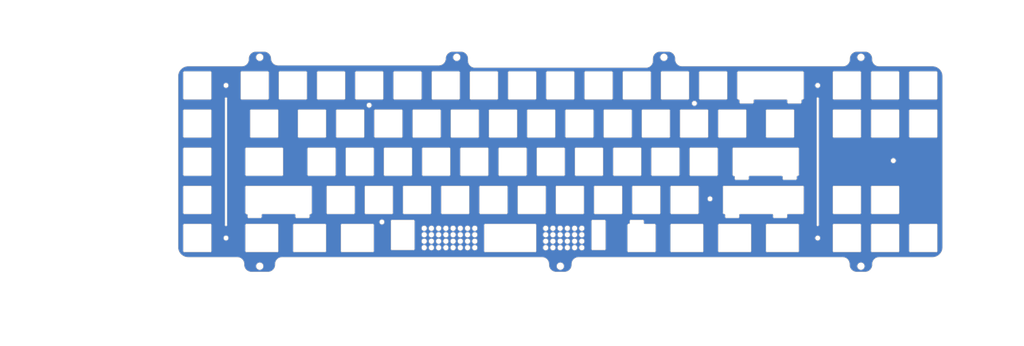
<source format=kicad_pcb>
(kicad_pcb (version 20221018) (generator pcbnew)
  (layers (0 "F.Cu" signal) (31 "B.Cu" signal) (34 "B.Paste" user) (35 "F.Paste" user) (36 "B.SilkS" user "B.Silkscreen") (37 "F.SilkS" user "F.Silkscreen") (38 "B.Mask" user) (39 "F.Mask" user) (44 "Edge.Cuts" user))
  (net 0 "")
  (gr_arc (start 32.986503 -62.140003) (mid 33.340057 -61.993557) (end 33.486503 -61.640003) (stroke (width 0.2)) (layer "Edge.Cuts"))
  (gr_curve (pts (xy 267.699758 -67.189997) (xy 268.023949 -67.189997) (xy 268.286758 -66.927188) (xy 268.286758 -66.602997)) (stroke (width 0.2)) (layer "Edge.Cuts"))
  (gr_curve (pts (xy 173.48 -100.24) (xy 173.756142 -100.24) (xy 173.98 -100.016142) (xy 173.98 -99.74)) (stroke (width 0.2)) (layer "Edge.Cuts"))
  (gr_curve (pts (xy 63.9425 -43.09) (xy 64.218642 -43.09) (xy 64.4425 -42.866142) (xy 64.4425 -42.59)) (stroke (width 0.2)) (layer "Edge.Cuts"))
  (gr_line (start 239.64826 -46.640002) (end 239.64826 -47.552997) (stroke (width 0.2)) (layer "Edge.Cuts"))
  (gr_curve (pts (xy 145.405 -29.59) (xy 145.405 -29.313858) (xy 145.181142 -29.09) (xy 144.905 -29.09)) (stroke (width 0.2)) (layer "Edge.Cuts"))
  (gr_line (start 88.255 -118.79) (end 88.255 -105.79) (stroke (width 0.2)) (layer "Edge.Cuts"))
  (gr_curve (pts (xy 216.8425 -67.69) (xy 216.8425 -67.413858) (xy 216.618642 -67.19) (xy 216.3425 -67.19)) (stroke (width 0.2)) (layer "Edge.Cuts"))
  (gr_line (start 126.6425 -67.69) (end 126.6425 -80.69) (stroke (width 0.2)) (layer "Edge.Cuts"))
  (gr_line (start 267.699758 -67.189997) (end 251.997742 -67.189997) (stroke (width 0.2)) (layer "Edge.Cuts"))
  (gr_circle (center 114.796468 -34.501755) (end 116.084231 -34.501755) (stroke (width 0.2)) (fill none) (layer "Edge.Cuts"))
  (gr_line (start 32.986503 -48.139997) (end 32.986261 -48.139997) (stroke (width 0.2)) (layer "Edge.Cuts"))
  (gr_line (start 24.24875 -29.59) (end 24.24875 -42.59) (stroke (width 0.2)) (layer "Edge.Cuts"))
  (gr_curve (pts (xy 204.936253 -42.589991) (xy 204.936253 -42.86614) (xy 204.71239 -43.090003) (xy 204.436241 -43.090003)) (stroke (width 0.2)) (layer "Edge.Cuts"))
  (gr_line (start 276.373753 -80.690003) (end 276.373753 -67.690009) (stroke (width 0.2)) (layer "Edge.Cuts"))
  (gr_curve (pts (xy 243.82376 -67.189997) (xy 244.147951 -67.189997) (xy 244.41076 -66.927188) (xy 244.41076 -66.602997)) (stroke (width 0.2)) (layer "Edge.Cuts"))
  (gr_line (start 235.3925 -67.19) (end 222.3925 -67.19) (stroke (width 0.2)) (layer "Edge.Cuts"))
  (gr_curve (pts (xy 150.955 -105.29) (xy 150.678857 -105.29) (xy 150.455 -105.513858) (xy 150.455 -105.79)) (stroke (width 0.2)) (layer "Edge.Cuts"))
  (gr_line (start 50.155 -118.79) (end 50.155 -105.79) (stroke (width 0.2)) (layer "Edge.Cuts"))
  (gr_curve (pts (xy 16.8175 -29.59) (xy 16.8175 -29.313858) (xy 16.593642 -29.09) (xy 16.3175 -29.09)) (stroke (width 0.2)) (layer "Edge.Cuts"))
  (gr_line (start 301.826468 -125.715) (end 301.826468 -125.34) (stroke (width 0.2)) (layer "Edge.Cuts"))
  (gr_line (start 165.2425 -81.19) (end 178.2425 -81.19) (stroke (width 0.2)) (layer "Edge.Cuts"))
  (gr_curve (pts (xy 135.88 -86.74) (xy 135.88 -86.463858) (xy 135.656142 -86.24) (xy 135.38 -86.24)) (stroke (width 0.2)) (layer "Edge.Cuts"))
  (gr_curve (pts (xy 231.13 -86.74) (xy 231.13 -86.463858) (xy 230.906142 -86.24) (xy 230.63 -86.24)) (stroke (width 0.2)) (layer "Edge.Cuts"))
  (gr_curve (pts (xy 0.43625 -80.69) (xy 0.43625 -80.966142) (xy 0.660107 -81.19) (xy 0.93625 -81.19)) (stroke (width 0.2)) (layer "Edge.Cuts"))
  (gr_curve (pts (xy 112.355 -118.79) (xy 112.355 -119.066142) (xy 112.578857 -119.29) (xy 112.855 -119.29)) (stroke (width 0.2)) (layer "Edge.Cuts"))
  (gr_curve (pts (xy 221.105 -119.29) (xy 221.381142 -119.29) (xy 221.605 -119.066142) (xy 221.605 -118.79)) (stroke (width 0.2)) (layer "Edge.Cuts"))
  (gr_circle (center 153.75878 -31.277357) (end 155.046543 -31.277357) (stroke (width 0.2)) (fill none) (layer "Edge.Cuts"))
  (gr_curve (pts (xy 277.167998 -103.289989) (xy 277.444136 -103.289989) (xy 277.667989 -103.513843) (xy 277.667989 -103.78998)) (stroke (width 0.2)) (layer "Edge.Cuts"))
  (gr_curve (pts (xy 44.8925 -81.19) (xy 45.168642 -81.19) (xy 45.3925 -80.966142) (xy 45.3925 -80.69)) (stroke (width 0.2)) (layer "Edge.Cuts"))
  (gr_line (start 187.7675 -48.14) (end 174.7675 -48.14) (stroke (width 0.2)) (layer "Edge.Cuts"))
  (gr_line (start 59.68 -99.74) (end 59.68 -86.74) (stroke (width 0.2)) (layer "Edge.Cuts"))
  (gr_line (start 270.668008 -103.790002) (end 270.668008 -104.702997) (stroke (width 0.2)) (layer "Edge.Cuts"))
  (gr_curve (pts (xy 212.3675 -61.64) (xy 212.3675 -61.916142) (xy 212.591357 -62.14) (xy 212.8675 -62.14)) (stroke (width 0.2)) (layer "Edge.Cuts"))
  (gr_curve (pts (xy 191.436259 -43.090003) (xy 191.16011 -43.090003) (xy 190.936246 -42.86614) (xy 190.936246 -42.589991)) (stroke (width 0.2)) (layer "Edge.Cuts"))
  (gr_line (start 98.0675 -48.64) (end 98.0675 -61.64) (stroke (width 0.2)) (layer "Edge.Cuts"))
  (gr_arc (start 278.755003 -48.639997) (mid 278.608557 -48.286444) (end 278.255003 -48.139997) (stroke (width 0.2)) (layer "Edge.Cuts"))
  (gr_line (start 102.83 -86.74) (end 102.83 -99.74) (stroke (width 0.2)) (layer "Edge.Cuts"))
  (gr_curve (pts (xy 121.88 -99.74) (xy 121.88 -100.016142) (xy 122.103857 -100.24) (xy 122.38 -100.24)) (stroke (width 0.2)) (layer "Edge.Cuts"))
  (gr_arc (start 3.373211 -19.24) (mid 0.898337 -20.265126) (end -0.126789 -22.74) (stroke (width 0.2)) (layer "Edge.Cuts"))
  (gr_line (start 193.03 -99.74) (end 193.03 -86.74) (stroke (width 0.2)) (layer "Edge.Cuts"))
  (gr_curve (pts (xy 25.399258 -46.640002) (xy 25.399258 -46.363853) (xy 25.623121 -46.139989) (xy 25.89927 -46.139989)) (stroke (width 0.2)) (layer "Edge.Cuts"))
  (gr_curve (pts (xy 268.286758 -65.690002) (xy 268.286758 -65.413853) (xy 268.510621 -65.189989) (xy 268.78677 -65.189989)) (stroke (width 0.2)) (layer "Edge.Cuts"))
  (gr_curve (pts (xy 174.2675 -61.64) (xy 174.2675 -61.916142) (xy 174.491357 -62.14) (xy 174.7675 -62.14)) (stroke (width 0.2)) (layer "Edge.Cuts"))
  (gr_curve (pts (xy 192.53 -100.24) (xy 192.806142 -100.24) (xy 193.03 -100.016142) (xy 193.03 -99.74)) (stroke (width 0.2)) (layer "Edge.Cuts"))
  (gr_circle (center 157.352537 -37.726153) (end 158.6403 -37.726153) (stroke (width 0.2)) (fill none) (layer "Edge.Cuts"))
  (gr_arc (start 342.98 -121.84) (mid 346.515543 -120.375538) (end 347.98 -116.84) (stroke (width 0.2)) (layer "Edge.Cuts"))
  (gr_curve (pts (xy 259.9925 -29.59) (xy 259.9925 -29.313858) (xy 260.216357 -29.09) (xy 260.4925 -29.09)) (stroke (width 0.2)) (layer "Edge.Cuts"))
  (gr_line (start 146.1925 -81.19) (end 159.1925 -81.19) (stroke (width 0.2)) (layer "Edge.Cuts"))
  (gr_line (start 0.43625 -67.69) (end 0.43625 -80.69) (stroke (width 0.2)) (layer "Edge.Cuts"))
  (gr_curve (pts (xy 211.58 -100.24) (xy 211.856142 -100.24) (xy 212.08 -100.016142) (xy 212.08 -99.74)) (stroke (width 0.2)) (layer "Edge.Cuts"))
  (gr_curve (pts (xy 235.3925 -81.19) (xy 235.668642 -81.19) (xy 235.8925 -80.966142) (xy 235.8925 -80.69)) (stroke (width 0.2)) (layer "Edge.Cuts"))
  (gr_line (start 54.4175 -48.14) (end 41.4175 -48.14) (stroke (width 0.2)) (layer "Edge.Cuts"))
  (gr_arc (start 285.2675 -105.79) (mid 285.7675 -106.29) (end 286.2675 -105.79) (stroke (width 0.2)) (layer "Edge.Cuts"))
  (gr_line (start 188.555 -105.79) (end 188.555 -118.79) (stroke (width 0.2)) (layer "Edge.Cuts"))
  (gr_curve (pts (xy 40.13 -43.09) (xy 40.406142 -43.09) (xy 40.63 -42.866142) (xy 40.63 -42.59)) (stroke (width 0.2)) (layer "Edge.Cuts"))
  (gr_curve (pts (xy 312.38 -118.79) (xy 312.38 -119.066142) (xy 312.603857 -119.29) (xy 312.88 -119.29)) (stroke (width 0.2)) (layer "Edge.Cuts"))
  (gr_curve (pts (xy 251.410742 -66.602997) (xy 251.410742 -66.927188) (xy 251.673551 -67.189997) (xy 251.997742 -67.189997)) (stroke (width 0.2)) (layer "Edge.Cuts"))
  (gr_line (start 121.5925 -80.69) (end 121.5925 -67.69) (stroke (width 0.2)) (layer "Edge.Cuts"))
  (gr_curve (pts (xy -16.52 -105.79) (xy -16.52 -105.513858) (xy -16.743858 -105.29) (xy -17.02 -105.29)) (stroke (width 0.2)) (layer "Edge.Cuts"))
  (gr_curve (pts (xy 345.43 -86.74) (xy 345.43 -86.463858) (xy 345.206142 -86.24) (xy 344.93 -86.24)) (stroke (width 0.2)) (layer "Edge.Cuts"))
  (gr_line (start 73.4675 -48.14) (end 60.4675 -48.14) (stroke (width 0.2)) (layer "Edge.Cuts"))
  (gr_line (start 173.98 -99.74) (end 173.98 -86.74) (stroke (width 0.2)) (layer "Edge.Cuts"))
  (gr_curve (pts (xy -30.52 -42.59) (xy -30.52 -42.866142) (xy -30.296143 -43.09) (xy -30.02 -43.09)) (stroke (width 0.2)) (layer "Edge.Cuts"))
  (gr_line (start -17.02 -86.24) (end -30.02 -86.24) (stroke (width 0.2)) (layer "Edge.Cuts"))
  (gr_curve (pts (xy 236.68 -86.24) (xy 236.403857 -86.24) (xy 236.18 -86.463858) (xy 236.18 -86.74)) (stroke (width 0.2)) (layer "Edge.Cuts"))
  (gr_curve (pts (xy -30.02 -105.29) (xy -30.296143 -105.29) (xy -30.52 -105.513858) (xy -30.52 -105.79)) (stroke (width 0.2)) (layer "Edge.Cuts"))
  (gr_circle (center 160.956276 -40.960534) (end 162.244039 -40.960534) (stroke (width 0.2)) (fill none) (layer "Edge.Cuts"))
  (gr_curve (pts (xy 193.3175 -61.64) (xy 193.3175 -61.916142) (xy 193.541357 -62.14) (xy 193.8175 -62.14)) (stroke (width 0.2)) (layer "Edge.Cuts"))
  (gr_curve (pts (xy 126.355 -105.79) (xy 126.355 -105.513858) (xy 126.131142 -105.29) (xy 125.855 -105.29)) (stroke (width 0.2)) (layer "Edge.Cuts"))
  (gr_line (start 2.14116 -125.64) (end 2.14116 -125.34) (stroke (width 0.2)) (layer "Edge.Cuts"))
  (gr_curve (pts (xy 50.4425 -80.69) (xy 50.4425 -80.966142) (xy 50.666357 -81.19) (xy 50.9425 -81.19)) (stroke (width 0.2)) (layer "Edge.Cuts"))
  (gr_line (start 163.955 -105.29) (end 150.955 -105.29) (stroke (width 0.2)) (layer "Edge.Cuts"))
  (gr_line (start -30.02 -62.14) (end -17.02 -62.14) (stroke (width 0.2)) (layer "Edge.Cuts"))
  (gr_curve (pts (xy 0.93625 -67.19) (xy 0.660107 -67.19) (xy 0.43625 -67.413858) (xy 0.43625 -67.69)) (stroke (width 0.2)) (layer "Edge.Cuts"))
  (gr_arc (start 301.826468 -125.34) (mid 300.801341 -122.865138) (end 298.326468 -121.84) (stroke (width 0.2)) (layer "Edge.Cuts"))
  (gr_curve (pts (xy 135.38 -100.24) (xy 135.656142 -100.24) (xy 135.88 -100.016142) (xy 135.88 -99.74)) (stroke (width 0.2)) (layer "Edge.Cuts"))
  (gr_arc (start -33.07 -116.84) (mid -31.605534 -120.375534) (end -28.07 -121.84) (stroke (width 0.2)) (layer "Edge.Cuts"))
  (gr_curve (pts (xy 45.68 -99.74) (xy 45.68 -100.016142) (xy 45.903857 -100.24) (xy 46.18 -100.24)) (stroke (width 0.2)) (layer "Edge.Cuts"))
  (gr_line (start 246.148251 -46.139989) (end 240.148273 -46.139989) (stroke (width 0.2)) (layer "Edge.Cuts"))
  (gr_curve (pts (xy 65.23 -86.24) (xy 64.953857 -86.24) (xy 64.73 -86.463858) (xy 64.73 -86.74)) (stroke (width 0.2)) (layer "Edge.Cuts"))
  (gr_arc (start -9.7325 -105.79) (mid -9.2325 -106.29) (end -8.7325 -105.79) (stroke (width 0.2)) (layer "Edge.Cuts"))
  (gr_curve (pts (xy 179.49875 -45.09) (xy 179.774892 -45.09) (xy 179.99875 -44.866142) (xy 179.99875 -44.59)) (stroke (width 0.2)) (layer "Edge.Cuts"))
  (gr_curve (pts (xy 216.3425 -81.19) (xy 216.618642 -81.19) (xy 216.8425 -80.966142) (xy 216.8425 -80.69)) (stroke (width 0.2)) (layer "Edge.Cuts"))
  (gr_line (start 252.06125 -29.09) (end 236.68 -29.09) (stroke (width 0.2)) (layer "Edge.Cuts"))
  (gr_line (start 240.655 -118.79) (end 240.655 -105.79) (stroke (width 0.2)) (layer "Edge.Cuts"))
  (gr_curve (pts (xy 31.899249 -46.139989) (xy 32.175398 -46.139989) (xy 32.399261 -46.363853) (xy 32.399261 -46.640002)) (stroke (width 0.2)) (layer "Edge.Cuts"))
  (gr_line (start 44.8925 -67.19) (end 31.8925 -67.19) (stroke (width 0.2)) (layer "Edge.Cuts"))
  (gr_line (start 8.523264 -47.552996) (end 8.523264 -46.640002) (stroke (width 0.2)) (layer "Edge.Cuts"))
  (gr_circle (center 107.58899 -40.960534) (end 108.876752 -40.960534) (stroke (width 0.2)) (fill none) (layer "Edge.Cuts"))
  (gr_circle (center 224.290473 -103.321496) (end 225.490473 -103.321496) (stroke (width 0.2)) (fill none) (layer "Edge.Cuts"))
  (gr_circle (center 209.097055 -126.34) (end 210.897055 -126.34) (stroke (width 0.2)) (fill none) (layer "Edge.Cuts"))
  (gr_line (start 45.3925 -80.69) (end 45.3925 -67.69) (stroke (width 0.2)) (layer "Edge.Cuts"))
  (gr_curve (pts (xy 106.805 -119.29) (xy 107.081142 -119.29) (xy 107.305 -119.066142) (xy 107.305 -118.79)) (stroke (width 0.2)) (layer "Edge.Cuts"))
  (gr_curve (pts (xy 30.605 -119.29) (xy 30.881142 -119.29) (xy 31.105 -119.066142) (xy 31.105 -118.79)) (stroke (width 0.2)) (layer "Edge.Cuts"))
  (gr_circle (center 153.75878 -34.501755) (end 155.046543 -34.501755) (stroke (width 0.2)) (fill none) (layer "Edge.Cuts"))
  (gr_line (start 240.155 -105.29) (end 227.155 -105.29) (stroke (width 0.2)) (layer "Edge.Cuts"))
  (gr_circle (center 103.98525 -37.726153) (end 105.273013 -37.726153) (stroke (width 0.2)) (fill none) (layer "Edge.Cuts"))
  (gr_curve (pts (xy 54.4175 -62.14) (xy 54.693642 -62.14) (xy 54.9175 -61.916142) (xy 54.9175 -61.64)) (stroke (width 0.2)) (layer "Edge.Cuts"))
  (gr_curve (pts (xy 212.8675 -48.14) (xy 212.591357 -48.14) (xy 212.3675 -48.363858) (xy 212.3675 -48.64)) (stroke (width 0.2)) (layer "Edge.Cuts"))
  (gr_curve (pts (xy 72.99875 -44.59) (xy 72.99875 -44.866142) (xy 73.222607 -45.09) (xy 73.49875 -45.09)) (stroke (width 0.2)) (layer "Edge.Cuts"))
  (gr_line (start 111.5675 -48.14) (end 98.5675 -48.14) (stroke (width 0.2)) (layer "Edge.Cuts"))
  (gr_curve (pts (xy 190.936246 -29.590009) (xy 190.936246 -29.31386) (xy 191.16011 -29.089997) (xy 191.436259 -29.089997)) (stroke (width 0.2)) (layer "Edge.Cuts"))
  (gr_curve (pts (xy 275.286739 -66.602997) (xy 275.286739 -66.927188) (xy 275.549548 -67.189997) (xy 275.873739 -67.189997)) (stroke (width 0.2)) (layer "Edge.Cuts"))
  (gr_curve (pts (xy 112.0675 -48.64) (xy 112.0675 -48.363858) (xy 111.843642 -48.14) (xy 111.5675 -48.14)) (stroke (width 0.2)) (layer "Edge.Cuts"))
  (gr_line (start 168.7175 -48.14) (end 155.7175 -48.14) (stroke (width 0.2)) (layer "Edge.Cuts"))
  (gr_curve (pts (xy 144.905 -119.29) (xy 145.181142 -119.29) (xy 145.405 -119.066142) (xy 145.405 -118.79)) (stroke (width 0.2)) (layer "Edge.Cuts"))
  (gr_curve (pts (xy 108.0925 -67.19) (xy 107.816357 -67.19) (xy 107.5925 -67.413858) (xy 107.5925 -67.69)) (stroke (width 0.2)) (layer "Edge.Cuts"))
  (gr_curve (pts (xy 59.18 -100.24) (xy 59.456142 -100.24) (xy 59.68 -100.016142) (xy 59.68 -99.74)) (stroke (width 0.2)) (layer "Edge.Cuts"))
  (gr_line (start 127.1425 -81.19) (end 140.1425 -81.19) (stroke (width 0.2)) (layer "Edge.Cuts"))
  (gr_line (start 40.63 -99.74) (end 40.63 -86.74) (stroke (width 0.2)) (layer "Edge.Cuts"))
  (gr_curve (pts (xy 0.93625 -29.09) (xy 0.660107 -29.09) (xy 0.43625 -29.313858) (xy 0.43625 -29.59)) (stroke (width 0.2)) (layer "Edge.Cuts"))
  (gr_line (start 170.005 -119.29) (end 183.005 -119.29) (stroke (width 0.2)) (layer "Edge.Cuts"))
  (gr_line (start 141.43 -100.24) (end 154.43 -100.24) (stroke (width 0.2)) (layer "Edge.Cuts"))
  (gr_line (start 217.13 -86.74) (end 217.13 -99.74) (stroke (width 0.2)) (layer "Edge.Cuts"))
  (gr_line (start 17.605 -119.29) (end 30.605 -119.29) (stroke (width 0.2)) (layer "Edge.Cuts"))
  (gr_curve (pts (xy 84.755 -30.59) (xy 84.755 -30.313858) (xy 84.531142 -30.09) (xy 84.255 -30.09)) (stroke (width 0.2)) (layer "Edge.Cuts"))
  (gr_line (start 325.88 -105.29) (end 312.88 -105.29) (stroke (width 0.2)) (layer "Edge.Cuts"))
  (gr_curve (pts (xy 74.755 -105.29) (xy 74.478857 -105.29) (xy 74.255 -105.513858) (xy 74.255 -105.79)) (stroke (width 0.2)) (layer "Edge.Cuts"))
  (gr_line (start 246.648242 -47.552997) (end 246.648242 -46.639981) (stroke (width 0.2)) (layer "Edge.Cuts"))
  (gr_curve (pts (xy 278.755003 -118.789991) (xy 278.755003 -119.06614) (xy 278.53114 -119.290003) (xy 278.254991 -119.290003)) (stroke (width 0.2)) (layer "Edge.Cuts"))
  (gr_line (start 69.4925 -67.69) (end 69.4925 -80.69) (stroke (width 0.2)) (layer "Edge.Cuts"))
  (gr_curve (pts (xy 270.570913 -47.782767) (xy 270.601183 -47.853857) (xy 270.645313 -47.918289) (xy 270.70047 -47.972326)) (stroke (width 0.2)) (layer "Edge.Cuts"))
  (gr_line (start 45.68 -86.74) (end 45.68 -99.74) (stroke (width 0.2)) (layer "Edge.Cuts"))
  (gr_arc (start 33.486503 -48.639997) (mid 33.340057 -48.286443) (end 32.986503 -48.139997) (stroke (width 0.2)) (layer "Edge.Cuts"))
  (gr_curve (pts (xy 198.08 -99.74) (xy 198.08 -100.016142) (xy 198.303857 -100.24) (xy 198.58 -100.24)) (stroke (width 0.2)) (layer "Edge.Cuts"))
  (gr_curve (pts (xy 163.955 -119.29) (xy 164.231142 -119.29) (xy 164.455 -119.066142) (xy 164.455 -118.79)) (stroke (width 0.2)) (layer "Edge.Cuts"))
  (gr_curve (pts (xy 221.605 -105.79) (xy 221.605 -105.513858) (xy 221.381142 -105.29) (xy 221.105 -105.29)) (stroke (width 0.2)) (layer "Edge.Cuts"))
  (gr_line (start 249.68 -86.24) (end 236.68 -86.24) (stroke (width 0.2)) (layer "Edge.Cuts"))
  (gr_line (start 239.061246 -62.140003) (end 278.255003 -62.140003) (stroke (width 0.2)) (layer "Edge.Cuts"))
  (gr_line (start 135.88 -99.74) (end 135.88 -86.74) (stroke (width 0.2)) (layer "Edge.Cuts"))
  (gr_curve (pts (xy 183.505 -105.79) (xy 183.505 -105.513858) (xy 183.281142 -105.29) (xy 183.005 -105.29)) (stroke (width 0.2)) (layer "Edge.Cuts"))
  (gr_curve (pts (xy 207.605 -118.79) (xy 207.605 -119.066142) (xy 207.828857 -119.29) (xy 208.105 -119.29)) (stroke (width 0.2)) (layer "Edge.Cuts"))
  (gr_curve (pts (xy 250.910751 -65.189989) (xy 251.186888 -65.189989) (xy 251.410742 -65.413843) (xy 251.410742 -65.689981)) (stroke (width 0.2)) (layer "Edge.Cuts"))
  (gr_curve (pts (xy 179.99875 -30.59) (xy 179.99875 -30.313858) (xy 179.774892 -30.09) (xy 179.49875 -30.09)) (stroke (width 0.2)) (layer "Edge.Cuts"))
  (gr_circle (center 168.163755 -34.501755) (end 169.451518 -34.501755) (stroke (width 0.2)) (fill none) (layer "Edge.Cuts"))
  (gr_circle (center 160.956276 -34.501755) (end 162.244039 -34.501755) (stroke (width 0.2)) (fill none) (layer "Edge.Cuts"))
  (gr_line (start 9.711352 -129.14) (end 5.64116 -129.14) (stroke (width 0.2)) (layer "Edge.Cuts"))
  (gr_line (start 307.33 -61.64) (end 307.33 -48.64) (stroke (width 0.2)) (layer "Edge.Cuts"))
  (gr_line (start 8.023251 -46.139989) (end 2.023273 -46.139989) (stroke (width 0.2)) (layer "Edge.Cuts"))
  (gr_curve (pts (xy 131.405 -118.79) (xy 131.405 -119.066142) (xy 131.628857 -119.29) (xy 131.905 -119.29)) (stroke (width 0.2)) (layer "Edge.Cuts"))
  (gr_line (start 199.055002 -44.589998) (end 199.055002 -43.677003) (stroke (width 0.2)) (layer "Edge.Cuts"))
  (gr_curve (pts (xy 275.873741 -67.189997) (xy 276.14989 -67.189997) (xy 276.373753 -67.41386) (xy 276.373753 -67.690009)) (stroke (width 0.2)) (layer "Edge.Cuts"))
  (gr_line (start 169.2175 -61.64) (end 169.2175 -48.64) (stroke (width 0.2)) (layer "Edge.Cuts"))
  (gr_line (start 274.786748 -65.189989) (end 268.78677 -65.189989) (stroke (width 0.2)) (layer "Edge.Cuts"))
  (gr_line (start 347.98 -31.54) (end 347.98 -116.84) (stroke (width 0.2)) (layer "Edge.Cuts"))
  (gr_line (start 55.705 -119.29) (end 68.705 -119.29) (stroke (width 0.2)) (layer "Edge.Cuts"))
  (gr_curve (pts (xy -17.02 -100.24) (xy -16.743858 -100.24) (xy -16.52 -100.016142) (xy -16.52 -99.74)) (stroke (width 0.2)) (layer "Edge.Cuts"))
  (gr_line (start 301.689806 -23.115) (end 301.699451 -22.665) (stroke (width 0.2)) (layer "Edge.Cuts"))
  (gr_line (start 16.8175 -99.74) (end 16.8175 -86.74) (stroke (width 0.2)) (layer "Edge.Cuts"))
  (gr_line (start -16.52 -118.79) (end -16.52 -105.79) (stroke (width 0.2)) (layer "Edge.Cuts"))
  (gr_line (start 331.93 -43.09) (end 344.93 -43.09) (stroke (width 0.2)) (layer "Edge.Cuts"))
  (gr_line (start 121.0925 -67.19) (end 108.0925 -67.19) (stroke (width 0.2)) (layer "Edge.Cuts"))
  (gr_line (start 59.9675 -48.64) (end 59.9675 -61.64) (stroke (width 0.2)) (layer "Edge.Cuts"))
  (gr_line (start 46.18 -100.24) (end 59.18 -100.24) (stroke (width 0.2)) (layer "Edge.Cuts"))
  (gr_arc (start 286.2675 -42.590001) (mid 285.7675 -42.090001) (end 285.2675 -42.590001) (stroke (width 0.2)) (layer "Edge.Cuts"))
  (gr_line (start 0.936259 -62.140003) (end 32.986503 -62.140003) (stroke (width 0.2)) (layer "Edge.Cuts"))
  (gr_curve (pts (xy 69.205 -105.79) (xy 69.205 -105.513858) (xy 68.981142 -105.29) (xy 68.705 -105.29)) (stroke (width 0.2)) (layer "Edge.Cuts"))
  (gr_curve (pts (xy 252.56125 -42.59) (xy 252.56125 -42.866142) (xy 252.337392 -43.09) (xy 252.06125 -43.09)) (stroke (width 0.2)) (layer "Edge.Cuts"))
  (gr_line (start 293.83 -119.29) (end 306.83 -119.29) (stroke (width 0.2)) (layer "Edge.Cuts"))
  (gr_circle (center 93.174032 -31.277357) (end 94.461795 -31.277357) (stroke (width 0.2)) (fill none) (layer "Edge.Cuts"))
  (gr_circle (center 93.174032 -34.501755) (end 94.461795 -34.501755) (stroke (width 0.2)) (fill none) (layer "Edge.Cuts"))
  (gr_arc (start 9.711352 -129.14) (mid 12.159507 -128.141308) (end 13.210545 -125.715166) (stroke (width 0.2)) (layer "Edge.Cuts"))
  (gr_line (start 16.3175 -86.24) (end 3.3175 -86.24) (stroke (width 0.2)) (layer "Edge.Cuts"))
  (gr_line (start 36.155 -105.79) (end 36.155 -118.79) (stroke (width 0.2)) (layer "Edge.Cuts"))
  (gr_line (start 235.8925 -80.69) (end 235.8925 -67.69) (stroke (width 0.2)) (layer "Edge.Cuts"))
  (gr_line (start 131.405 -105.79) (end 131.405 -118.79) (stroke (width 0.2)) (layer "Edge.Cuts"))
  (gr_curve (pts (xy 253.292001 -103.289989) (xy 253.568138 -103.289989) (xy 253.791992 -103.513843) (xy 253.791992 -103.78998)) (stroke (width 0.2)) (layer "Edge.Cuts"))
  (gr_line (start -1.445 -119.29) (end 11.555 -119.29) (stroke (width 0.2)) (layer "Edge.Cuts"))
  (gr_curve (pts (xy 2.8175 -99.74) (xy 2.8175 -100.016142) (xy 3.041357 -100.24) (xy 3.3175 -100.24)) (stroke (width 0.2)) (layer "Edge.Cuts"))
  (gr_line (start 112.355 -105.79) (end 112.355 -118.79) (stroke (width 0.2)) (layer "Edge.Cuts"))
  (gr_arc (start 243.823496 -67.189997) (mid 243.469953 -67.336449) (end 243.323496 -67.689997) (stroke (width 0.2)) (layer "Edge.Cuts"))
  (gr_circle (center 164.560016 -37.726153) (end 165.847778 -37.726153) (stroke (width 0.2)) (fill none) (layer "Edge.Cuts"))
  (gr_curve (pts (xy -30.52 -61.64) (xy -30.52 -61.916142) (xy -30.296143 -62.14) (xy -30.02 -62.14)) (stroke (width 0.2)) (layer "Edge.Cuts"))
  (gr_line (start 27.13 -100.24) (end 40.13 -100.24) (stroke (width 0.2)) (layer "Edge.Cuts"))
  (gr_line (start 112.0675 -61.64) (end 112.0675 -48.64) (stroke (width 0.2)) (layer "Edge.Cuts"))
  (gr_line (start 48.56125 -43.09) (end 63.9425 -43.09) (stroke (width 0.2)) (layer "Edge.Cuts"))
  (gr_curve (pts (xy 92.5175 -62.14) (xy 92.793642 -62.14) (xy 93.0175 -61.916142) (xy 93.0175 -61.64)) (stroke (width 0.2)) (layer "Edge.Cuts"))
  (gr_arc (start 203.625467 -125.64) (mid 204.650593 -128.114885) (end 207.125467 -129.14) (stroke (width 0.2)) (layer "Edge.Cuts"))
  (gr_curve (pts (xy 16.3175 -100.24) (xy 16.593642 -100.24) (xy 16.8175 -100.016142) (xy 16.8175 -99.74)) (stroke (width 0.2)) (layer "Edge.Cuts"))
  (gr_line (start 326.38 -61.64) (end 326.38 -48.64) (stroke (width 0.2)) (layer "Edge.Cuts"))
  (gr_line (start 312.38 -48.64) (end 312.38 -61.64) (stroke (width 0.2)) (layer "Edge.Cuts"))
  (gr_curve (pts (xy 238.561246 -48.640009) (xy 238.561246 -48.36386) (xy 238.78511 -48.139997) (xy 239.061259 -48.139997)) (stroke (width 0.2)) (layer "Edge.Cuts"))
  (gr_line (start -28.07 -26.54) (end -3.626789 -26.54) (stroke (width 0.2)) (layer "Edge.Cuts"))
  (gr_arc (start 305.198647 -19.24) (mid 302.750413 -20.238738) (end 301.699451 -22.665) (stroke (width 0.2)) (layer "Edge.Cuts"))
  (gr_curve (pts (xy 331.43 -99.74) (xy 331.43 -100.016142) (xy 331.653857 -100.24) (xy 331.93 -100.24)) (stroke (width 0.2)) (layer "Edge.Cuts"))
  (gr_line (start 11.555 -105.29) (end -1.445 -105.29) (stroke (width 0.2)) (layer "Edge.Cuts"))
  (gr_curve (pts (xy 8.023251 -46.139989) (xy 8.2994 -46.139989) (xy 8.523264 -46.363853) (xy 8.523264 -46.640002)) (stroke (width 0.2)) (layer "Edge.Cuts"))
  (gr_curve (pts (xy 227.155 -105.29) (xy 226.878857 -105.29) (xy 226.655 -105.513858) (xy 226.655 -105.79)) (stroke (width 0.2)) (layer "Edge.Cuts"))
  (gr_line (start 345.43 -99.74) (end 345.43 -86.74) (stroke (width 0.2)) (layer "Edge.Cuts"))
  (gr_line (start 3.3175 -100.24) (end 16.3175 -100.24) (stroke (width 0.2)) (layer "Edge.Cuts"))
  (gr_curve (pts (xy 230.63 -100.24) (xy 230.906142 -100.24) (xy 231.13 -100.016142) (xy 231.13 -99.74)) (stroke (width 0.2)) (layer "Edge.Cuts"))
  (gr_curve (pts (xy 154.93 -86.74) (xy 154.93 -86.463858) (xy 154.706142 -86.24) (xy 154.43 -86.24)) (stroke (width 0.2)) (layer "Edge.Cuts"))
  (gr_arc (start 211.19566 -129.14) (mid 213.643845 -128.141233) (end 214.694856 -125.715) (stroke (width 0.2)) (layer "Edge.Cuts"))
  (gr_curve (pts (xy 17.105 -118.79) (xy 17.105 -119.066142) (xy 17.328857 -119.29) (xy 17.605 -119.29)) (stroke (width 0.2)) (layer "Edge.Cuts"))
  (gr_line (start 270.524239 -47.552997) (end 270.524239 -46.639981) (stroke (width 0.2)) (layer "Edge.Cuts"))
  (gr_line (start -30.52 -29.59) (end -30.52 -42.59) (stroke (width 0.2)) (layer "Edge.Cuts"))
  (gr_line (start 40.63 -42.59) (end 40.63 -29.59) (stroke (width 0.2)) (layer "Edge.Cuts"))
  (gr_line (start -16.52 -61.64) (end -16.52 -48.64) (stroke (width 0.2)) (layer "Edge.Cuts"))
  (gr_curve (pts (xy 69.4925 -80.69) (xy 69.4925 -80.966142) (xy 69.716357 -81.19) (xy 69.9925 -81.19)) (stroke (width 0.2)) (layer "Edge.Cuts"))
  (gr_curve (pts (xy 164.7425 -80.69) (xy 164.7425 -80.966142) (xy 164.966357 -81.19) (xy 165.2425 -81.19)) (stroke (width 0.2)) (layer "Edge.Cuts"))
  (gr_line (start 131.905 -119.29) (end 144.905 -119.29) (stroke (width 0.2)) (layer "Edge.Cuts"))
  (gr_curve (pts (xy -30.52 -118.79) (xy -30.52 -119.066142) (xy -30.296143 -119.29) (xy -30.02 -119.29)) (stroke (width 0.2)) (layer "Edge.Cuts"))
  (gr_circle (center 285.7675 -112.29) (end 286.9675 -112.29) (stroke (width 0.2)) (fill none) (layer "Edge.Cuts"))
  (gr_arc (start 238.561246 -61.640003) (mid 238.707698 -61.993538) (end 239.061246 -62.140003) (stroke (width 0.2)) (layer "Edge.Cuts"))
  (gr_circle (center 164.560016 -31.277357) (end 165.847778 -31.277357) (stroke (width 0.2)) (fill none) (layer "Edge.Cuts"))
  (gr_line (start 252.56125 -42.59) (end 252.56125 -29.59) (stroke (width 0.2)) (layer "Edge.Cuts"))
  (gr_curve (pts (xy 307.33 -29.59) (xy 307.33 -29.313858) (xy 307.106142 -29.09) (xy 306.83 -29.09)) (stroke (width 0.2)) (layer "Edge.Cuts"))
  (gr_line (start 60.4675 -62.14) (end 73.4675 -62.14) (stroke (width 0.2)) (layer "Edge.Cuts"))
  (gr_curve (pts (xy 270.081008 -105.289997) (xy 270.405199 -105.289997) (xy 270.668008 -105.027188) (xy 270.668008 -104.702997)) (stroke (width 0.2)) (layer "Edge.Cuts"))
  (gr_circle (center 232.07804 -55.666302) (end 233.27804 -55.666302) (stroke (width 0.2)) (fill none) (layer "Edge.Cuts"))
  (gr_curve (pts (xy 16.3175 -43.09) (xy 16.593642 -43.09) (xy 16.8175 -42.866142) (xy 16.8175 -42.59)) (stroke (width 0.2)) (layer "Edge.Cuts"))
  (gr_line (start 331.93 -100.24) (end 344.93 -100.24) (stroke (width 0.2)) (layer "Edge.Cuts"))
  (gr_line (start 193.8175 -62.14) (end 206.8175 -62.14) (stroke (width 0.2)) (layer "Edge.Cuts"))
  (gr_arc (start 273.992753 -86.739997) (mid 273.84631 -86.386427) (end 273.492753 -86.239997) (stroke (width 0.2)) (layer "Edge.Cuts"))
  (gr_line (start 212.8675 -43.09) (end 228.24875 -43.09) (stroke (width 0.2)) (layer "Edge.Cuts"))
  (gr_curve (pts (xy -30.52 -99.74) (xy -30.52 -100.016142) (xy -30.296143 -100.24) (xy -30.02 -100.24)) (stroke (width 0.2)) (layer "Edge.Cuts"))
  (gr_line (start 306.83 -48.14) (end 293.83 -48.14) (stroke (width 0.2)) (layer "Edge.Cuts"))
  (gr_curve (pts (xy 140.93 -99.74) (xy 140.93 -100.016142) (xy 141.153857 -100.24) (xy 141.43 -100.24)) (stroke (width 0.2)) (layer "Edge.Cuts"))
  (gr_curve (pts (xy 64.4425 -67.69) (xy 64.4425 -67.413858) (xy 64.218642 -67.19) (xy 63.9425 -67.19)) (stroke (width 0.2)) (layer "Edge.Cuts"))
  (gr_line (start -30.02 -100.24) (end -17.02 -100.24) (stroke (width 0.2)) (layer "Edge.Cuts"))
  (gr_line (start 342.98 -121.84) (end 316.395856 -121.84) (stroke (width 0.2)) (layer "Edge.Cuts"))
  (gr_line (start 178.2425 -67.19) (end 165.2425 -67.19) (stroke (width 0.2)) (layer "Edge.Cuts"))
  (gr_curve (pts (xy 202.055 -119.29) (xy 202.331142 -119.29) (xy 202.555 -119.066142) (xy 202.555 -118.79)) (stroke (width 0.2)) (layer "Edge.Cuts"))
  (gr_curve (pts (xy 165.2425 -67.19) (xy 164.966357 -67.19) (xy 164.7425 -67.413858) (xy 164.7425 -67.69)) (stroke (width 0.2)) (layer "Edge.Cuts"))
  (gr_line (start 262.937258 -48.139997) (end 247.235242 -48.139997) (stroke (width 0.2)) (layer "Edge.Cuts"))
  (gr_curve (pts (xy 345.43 -105.79) (xy 345.43 -105.513858) (xy 345.206142 -105.29) (xy 344.93 -105.29)) (stroke (width 0.2)) (layer "Edge.Cuts"))
  (gr_curve (pts (xy -16.52 -67.69) (xy -16.52 -67.413858) (xy -16.743858 -67.19) (xy -17.02 -67.19)) (stroke (width 0.2)) (layer "Edge.Cuts"))
  (gr_line (start 312.927907 -22.74) (end 312.927907 -23.04) (stroke (width 0.2)) (layer "Edge.Cuts"))
  (gr_line (start 305.198647 -19.24) (end 309.427907 -19.24) (stroke (width 0.2)) (layer "Edge.Cuts"))
  (gr_line (start -16.52 -80.69) (end -16.52 -67.69) (stroke (width 0.2)) (layer "Edge.Cuts"))
  (gr_line (start 173.49875 -45.09) (end 179.49875 -45.09) (stroke (width 0.2)) (layer "Edge.Cuts"))
  (gr_arc (start 163.053907 -22.74) (mid 162.028783 -20.265124) (end 159.553907 -19.24) (stroke (width 0.2)) (layer "Edge.Cuts"))
  (gr_circle (center 100.381511 -34.501755) (end 101.669274 -34.501755) (stroke (width 0.2)) (fill none) (layer "Edge.Cuts"))
  (gr_circle (center 307.328615 -126.34) (end 309.128615 -126.34) (stroke (width 0.2)) (fill none) (layer "Edge.Cuts"))
  (gr_line (start 97.78 -99.74) (end 97.78 -86.74) (stroke (width 0.2)) (layer "Edge.Cuts"))
  (gr_line (start 93.805 -119.29) (end 106.805 -119.29) (stroke (width 0.2)) (layer "Edge.Cuts"))
  (gr_line (start 331.43 -105.79) (end 331.43 -118.79) (stroke (width 0.2)) (layer "Edge.Cuts"))
  (gr_line (start 192.054998 -43.677003) (end 192.054998 -44.59002) (stroke (width 0.2)) (layer "Edge.Cuts"))
  (gr_line (start 64.4425 -42.59) (end 64.4425 -29.59) (stroke (width 0.2)) (layer "Edge.Cuts"))
  (gr_curve (pts (xy 271.124717 -48.139997) (xy 271.286812 -48.139997) (xy 271.448908 -48.139997) (xy 271.611003 -48.139997)) (stroke (width 0.2)) (layer "Edge.Cuts"))
  (gr_line (start 183.505 -118.79) (end 183.505 -105.79) (stroke (width 0.2)) (layer "Edge.Cuts"))
  (gr_curve (pts (xy 293.33 -48.64) (xy 293.33 -48.363858) (xy 293.553857 -48.14) (xy 293.83 -48.14)) (stroke (width 0.2)) (layer "Edge.Cuts"))
  (gr_line (start 312.895856 -125.34) (end 312.895856 -125.64) (stroke (width 0.2)) (layer "Edge.Cuts"))
  (gr_line (start -30.52 -67.69) (end -30.52 -80.69) (stroke (width 0.2)) (layer "Edge.Cuts"))
  (gr_line (start 268.286758 -65.690002) (end 268.286758 -66.602997) (stroke (width 0.2)) (layer "Edge.Cuts"))
  (gr_line (start 151.828613 -23.04) (end 151.828613 -22.664766) (stroke (width 0.2)) (layer "Edge.Cuts"))
  (gr_circle (center 105.812945 -126.34) (end 107.612945 -126.34) (stroke (width 0.2)) (fill none) (layer "Edge.Cuts"))
  (gr_curve (pts (xy 82.9925 -81.19) (xy 83.268642 -81.19) (xy 83.4925 -80.966142) (xy 83.4925 -80.69)) (stroke (width 0.2)) (layer "Edge.Cuts"))
  (gr_curve (pts (xy 222.3925 -67.19) (xy 222.116357 -67.19) (xy 221.8925 -67.413858) (xy 221.8925 -67.69)) (stroke (width 0.2)) (layer "Edge.Cuts"))
  (gr_line (start 0.93625 -43.09) (end 16.3175 -43.09) (stroke (width 0.2)) (layer "Edge.Cuts"))
  (gr_line (start 259.9925 -29.59) (end 259.9925 -42.59) (stroke (width 0.2)) (layer "Edge.Cuts"))
  (gr_curve (pts (xy 344.93 -119.29) (xy 345.206142 -119.29) (xy 345.43 -119.066142) (xy 345.43 -118.79)) (stroke (width 0.2)) (layer "Edge.Cuts"))
  (gr_line (start 107.305 -118.79) (end 107.305 -105.79) (stroke (width 0.2)) (layer "Edge.Cuts"))
  (gr_curve (pts (xy 103.33 -86.24) (xy 103.053857 -86.24) (xy 102.83 -86.463858) (xy 102.83 -86.74)) (stroke (width 0.2)) (layer "Edge.Cuts"))
  (gr_circle (center 323.47893 -74.73339) (end 324.67893 -74.73339) (stroke (width 0.2)) (fill none) (layer "Edge.Cuts"))
  (gr_line (start 172.99875 -30.59) (end 172.99875 -44.59) (stroke (width 0.2)) (layer "Edge.Cuts"))
  (gr_circle (center 111.192729 -34.501755) (end 112.480492 -34.501755) (stroke (width 0.2)) (fill none) (layer "Edge.Cuts"))
  (gr_line (start -17.02 -105.29) (end -30.02 -105.29) (stroke (width 0.2)) (layer "Edge.Cuts"))
  (gr_curve (pts (xy 49.655 -119.29) (xy 49.931142 -119.29) (xy 50.155 -119.066142) (xy 50.155 -118.79)) (stroke (width 0.2)) (layer "Edge.Cuts"))
  (gr_line (start 206.8175 -48.14) (end 193.8175 -48.14) (stroke (width 0.2)) (layer "Edge.Cuts"))
  (gr_curve (pts (xy 246.20501 -105.289997) (xy 246.529201 -105.289997) (xy 246.79201 -105.027188) (xy 246.79201 -104.702997)) (stroke (width 0.2)) (layer "Edge.Cuts"))
  (gr_line (start 204.436241 -29.089997) (end 191.436259 -29.089997) (stroke (width 0.2)) (layer "Edge.Cuts"))
  (gr_line (start 122.38 -100.24) (end 135.38 -100.24) (stroke (width 0.2)) (layer "Edge.Cuts"))
  (gr_line (start 97.28 -86.24) (end 84.28 -86.24) (stroke (width 0.2)) (layer "Edge.Cuts"))
  (gr_curve (pts (xy 12.055 -105.79) (xy 12.055 -105.513858) (xy 11.831142 -105.29) (xy 11.555 -105.29)) (stroke (width 0.2)) (layer "Edge.Cuts"))
  (gr_line (start 202.555 -118.79) (end 202.555 -105.79) (stroke (width 0.2)) (layer "Edge.Cuts"))
  (gr_line (start 174.7675 -62.14) (end 187.7675 -62.14) (stroke (width 0.2)) (layer "Edge.Cuts"))
  (gr_line (start 243.823496 -81.190003) (end 275.873753 -81.190003) (stroke (width 0.2)) (layer "Edge.Cuts"))
  (gr_curve (pts (xy 54.9175 -48.64) (xy 54.9175 -48.363858) (xy 54.693642 -48.14) (xy 54.4175 -48.14)) (stroke (width 0.2)) (layer "Edge.Cuts"))
  (gr_curve (pts (xy 63.9425 -81.19) (xy 64.218642 -81.19) (xy 64.4425 -80.966142) (xy 64.4425 -80.69)) (stroke (width 0.2)) (layer "Edge.Cuts"))
  (gr_curve (pts (xy 325.88 -100.24) (xy 326.156142 -100.24) (xy 326.38 -100.016142) (xy 326.38 -99.74)) (stroke (width 0.2)) (layer "Edge.Cuts"))
  (gr_line (start 106.805 -105.29) (end 93.805 -105.29) (stroke (width 0.2)) (layer "Edge.Cuts"))
  (gr_line (start 16.3175 -29.09) (end 0.93625 -29.09) (stroke (width 0.2)) (layer "Edge.Cuts"))
  (gr_curve (pts (xy 97.78 -86.74) (xy 97.78 -86.463858) (xy 97.556142 -86.24) (xy 97.28 -86.24)) (stroke (width 0.2)) (layer "Edge.Cuts"))
  (gr_line (start 169.505 -105.79) (end 169.505 -118.79) (stroke (width 0.2)) (layer "Edge.Cuts"))
  (gr_curve (pts (xy 179.53 -86.24) (xy 179.253857 -86.24) (xy 179.03 -86.463858) (xy 179.03 -86.74)) (stroke (width 0.2)) (layer "Edge.Cuts"))
  (gr_curve (pts (xy 19.19875 -67.69) (xy 19.19875 -67.413858) (xy 18.974892 -67.19) (xy 18.69875 -67.19)) (stroke (width 0.2)) (layer "Edge.Cuts"))
  (gr_circle (center 89.570293 -37.726153) (end 90.858056 -37.726153) (stroke (width 0.2)) (fill none) (layer "Edge.Cuts"))
  (gr_curve (pts (xy 111.5675 -62.14) (xy 111.843642 -62.14) (xy 112.0675 -61.916142) (xy 112.0675 -61.64)) (stroke (width 0.2)) (layer "Edge.Cuts"))
  (gr_circle (center 68.4948 -44.098919) (end 69.6948 -44.098919) (stroke (width 0.2)) (fill none) (layer "Edge.Cuts"))
  (gr_curve (pts (xy 69.9925 -67.19) (xy 69.716357 -67.19) (xy 69.4925 -67.413858) (xy 69.4925 -67.69)) (stroke (width 0.2)) (layer "Edge.Cuts"))
  (gr_line (start 236.18 -29.59) (end 236.18 -42.59) (stroke (width 0.2)) (layer "Edge.Cuts"))
  (gr_line (start 131.1175 -61.64) (end 131.1175 -48.64) (stroke (width 0.2)) (layer "Edge.Cuts"))
  (gr_curve (pts (xy 217.13 -99.74) (xy 217.13 -100.016142) (xy 217.353857 -100.24) (xy 217.63 -100.24)) (stroke (width 0.2)) (layer "Edge.Cuts"))
  (gr_line (start 32.399261 -47.552996) (end 32.399261 -46.640002) (stroke (width 0.2)) (layer "Edge.Cuts"))
  (gr_curve (pts (xy 325.88 -119.29) (xy 326.156142 -119.29) (xy 326.38 -119.066142) (xy 326.38 -118.79)) (stroke (width 0.2)) (layer "Edge.Cuts"))
  (gr_curve (pts (xy 173.98 -86.74) (xy 173.98 -86.463858) (xy 173.756142 -86.24) (xy 173.48 -86.24)) (stroke (width 0.2)) (layer "Edge.Cuts"))
  (gr_circle (center 164.560016 -34.501755) (end 165.847778 -34.501755) (stroke (width 0.2)) (fill none) (layer "Edge.Cuts"))
  (gr_line (start 263.524258 -46.640002) (end 263.524258 -47.552997) (stroke (width 0.2)) (layer "Edge.Cuts"))
  (gr_line (start 166.553907 -26.54) (end 298.19061 -26.54) (stroke (width 0.2)) (layer "Edge.Cuts"))
  (gr_line (start 285.2675 -42.590001) (end 285.2675 -105.79) (stroke (width 0.2)) (layer "Edge.Cuts"))
  (gr_curve (pts (xy 344.93 -43.09) (xy 345.206142 -43.09) (xy 345.43 -42.866142) (xy 345.43 -42.59)) (stroke (width 0.2)) (layer "Edge.Cuts"))
  (gr_circle (center 160.956276 -31.277357) (end 162.244039 -31.277357) (stroke (width 0.2)) (fill none) (layer "Edge.Cuts"))
  (gr_curve (pts (xy 60.4675 -48.14) (xy 60.191357 -48.14) (xy 59.9675 -48.363858) (xy 59.9675 -48.64)) (stroke (width 0.2)) (layer "Edge.Cuts"))
  (gr_curve (pts (xy 212.8675 -29.09) (xy 212.591357 -29.09) (xy 212.3675 -29.313858) (xy 212.3675 -29.59)) (stroke (width 0.2)) (layer "Edge.Cuts"))
  (gr_line (start 31.3925 -67.69) (end 31.3925 -80.69) (stroke (width 0.2)) (layer "Edge.Cuts"))
  (gr_line (start 192.554989 -45.090011) (end 198.554989 -45.090011) (stroke (width 0.2)) (layer "Edge.Cuts"))
  (gr_line (start 64.73 -86.74) (end 64.73 -99.74) (stroke (width 0.2)) (layer "Edge.Cuts"))
  (gr_line (start 78.73 -99.74) (end 78.73 -86.74) (stroke (width 0.2)) (layer "Edge.Cuts"))
  (gr_line (start 312.38 -105.79) (end 312.38 -118.79) (stroke (width 0.2)) (layer "Edge.Cuts"))
  (gr_curve (pts (xy 312.38 -99.74) (xy 312.38 -100.016142) (xy 312.603857 -100.24) (xy 312.88 -100.24)) (stroke (width 0.2)) (layer "Edge.Cuts"))
  (gr_circle (center 89.570293 -31.277357) (end 90.858056 -31.277357) (stroke (width 0.2)) (fill none) (layer "Edge.Cuts"))
  (gr_curve (pts (xy 59.68 -86.74) (xy 59.68 -86.463858) (xy 59.456142 -86.24) (xy 59.18 -86.24)) (stroke (width 0.2)) (layer "Edge.Cuts"))
  (gr_curve (pts (xy 239.64826 -46.640002) (xy 239.64826 -46.363853) (xy 239.872123 -46.139989) (xy 240.148273 -46.139989)) (stroke (width 0.2)) (layer "Edge.Cuts"))
  (gr_curve (pts (xy 207.3175 -48.64) (xy 207.3175 -48.363858) (xy 207.093642 -48.14) (xy 206.8175 -48.14)) (stroke (width 0.2)) (layer "Edge.Cuts"))
  (gr_curve (pts (xy 331.93 -86.24) (xy 331.653857 -86.24) (xy 331.43 -86.463858) (xy 331.43 -86.74)) (stroke (width 0.2)) (layer "Edge.Cuts"))
  (gr_line (start 69.9925 -81.19) (end 82.9925 -81.19) (stroke (width 0.2)) (layer "Edge.Cuts"))
  (gr_line (start 155.324647 -19.240001) (end 159.553907 -19.24) (stroke (width 0.2)) (layer "Edge.Cuts"))
  (gr_arc (start 15.225322 -22.720606) (mid 14.193383 -20.258279) (end 11.725376 -19.24) (stroke (width 0.2)) (layer "Edge.Cuts"))
  (gr_arc (start 2.14116 -125.34) (mid 1.116034 -122.865126) (end -1.35884 -121.84) (stroke (width 0.2)) (layer "Edge.Cuts"))
  (gr_curve (pts (xy 131.1175 -48.64) (xy 131.1175 -48.363858) (xy 130.893642 -48.14) (xy 130.6175 -48.14)) (stroke (width 0.2)) (layer "Edge.Cuts"))
  (gr_line (start 119.99875 -43.09) (end 144.905 -43.09) (stroke (width 0.2)) (layer "Edge.Cuts"))
  (gr_line (start 88.5425 -67.69) (end 88.5425 -80.69) (stroke (width 0.2)) (layer "Edge.Cuts"))
  (gr_curve (pts (xy 184.2925 -67.19) (xy 184.016357 -67.19) (xy 183.7925 -67.413858) (xy 183.7925 -67.69)) (stroke (width 0.2)) (layer "Edge.Cuts"))
  (gr_line (start 189.055 -119.29) (end 202.055 -119.29) (stroke (width 0.2)) (layer "Edge.Cuts"))
  (gr_line (start 207.3175 -61.64) (end 207.3175 -48.64) (stroke (width 0.2)) (layer "Edge.Cuts"))
  (gr_line (start 48.06125 -29.59) (end 48.06125 -42.59) (stroke (width 0.2)) (layer "Edge.Cuts"))
  (gr_line (start 31.8925 -81.19) (end 44.8925 -81.19) (stroke (width 0.2)) (layer "Edge.Cuts"))
  (gr_circle (center 100.381511 -37.726153) (end 101.669274 -37.726153) (stroke (width 0.2)) (fill none) (layer "Edge.Cuts"))
  (gr_curve (pts (xy 36.655 -105.29) (xy 36.378857 -105.29) (xy 36.155 -105.513858) (xy 36.155 -105.79)) (stroke (width 0.2)) (layer "Edge.Cuts"))
  (gr_curve (pts (xy 130.6175 -62.14) (xy 130.893642 -62.14) (xy 131.1175 -61.916142) (xy 131.1175 -61.64)) (stroke (width 0.2)) (layer "Edge.Cuts"))
  (gr_line (start 216.8425 -80.69) (end 216.8425 -67.69) (stroke (width 0.2)) (layer "Edge.Cuts"))
  (gr_line (start 96.842971 -122.290332) (end 16.709738 -122.290332) (stroke (width 0.2)) (layer "Edge.Cuts"))
  (gr_line (start 345.43 -42.59) (end 345.43 -29.59) (stroke (width 0.2)) (layer "Edge.Cuts"))
  (gr_curve (pts (xy 149.6675 -62.14) (xy 149.943642 -62.14) (xy 150.1675 -61.916142) (xy 150.1675 -61.64)) (stroke (width 0.2)) (layer "Edge.Cuts"))
  (gr_line (start 79.5175 -62.14) (end 92.5175 -62.14) (stroke (width 0.2)) (layer "Edge.Cuts"))
  (gr_circle (center -9.2325 -112.29) (end -8.0325 -112.29) (stroke (width 0.2)) (fill none) (layer "Edge.Cuts"))
  (gr_line (start -17.02 -29.09) (end -30.02 -29.09) (stroke (width 0.2)) (layer "Edge.Cuts"))
  (gr_line (start 293.33 -48.64) (end 293.33 -61.64) (stroke (width 0.2)) (layer "Edge.Cuts"))
  (gr_curve (pts (xy -1.445 -105.29) (xy -1.721143 -105.29) (xy -1.945 -105.513858) (xy -1.945 -105.79)) (stroke (width 0.2)) (layer "Edge.Cuts"))
  (gr_curve (pts (xy 188.2675 -48.64) (xy 188.2675 -48.363858) (xy 188.043642 -48.14) (xy 187.7675 -48.14)) (stroke (width 0.2)) (layer "Edge.Cuts"))
  (gr_curve (pts (xy 312.38 -61.64) (xy 312.38 -61.916142) (xy 312.603857 -62.14) (xy 312.88 -62.14)) (stroke (width 0.2)) (layer "Edge.Cuts"))
  (gr_line (start 325.88 -29.09) (end 312.88 -29.09) (stroke (width 0.2)) (layer "Edge.Cuts"))
  (gr_curve (pts (xy 307.33 -86.74) (xy 307.33 -86.463858) (xy 307.106142 -86.24) (xy 306.83 -86.24)) (stroke (width 0.2)) (layer "Edge.Cuts"))
  (gr_line (start 203.3425 -81.19) (end 216.3425 -81.19) (stroke (width 0.2)) (layer "Edge.Cuts"))
  (gr_curve (pts (xy 50.9425 -67.19) (xy 50.666357 -67.19) (xy 50.4425 -67.413858) (xy 50.4425 -67.69)) (stroke (width 0.2)) (layer "Edge.Cuts"))
  (gr_line (start 16.8175 -42.59) (end 16.8175 -29.59) (stroke (width 0.2)) (layer "Edge.Cuts"))
  (gr_line (start 140.1425 -67.19) (end 127.1425 -67.19) (stroke (width 0.2)) (layer "Edge.Cuts"))
  (gr_line (start 273.992753 -99.740003) (end 273.992753 -86.739997) (stroke (width 0.2)) (layer "Edge.Cuts"))
  (gr_curve (pts (xy 31.8925 -67.19) (xy 31.616357 -67.19) (xy 31.3925 -67.413858) (xy 31.3925 -67.69)) (stroke (width 0.2)) (layer "Edge.Cuts"))
  (gr_line (start 93.305 -105.79) (end 93.305 -118.79) (stroke (width 0.2)) (layer "Edge.Cuts"))
  (gr_curve (pts (xy 159.98 -99.74) (xy 159.98 -100.016142) (xy 160.203857 -100.24) (xy 160.48 -100.24)) (stroke (width 0.2)) (layer "Edge.Cuts"))
  (gr_line (start 270.024248 -46.139989) (end 264.02427 -46.139989) (stroke (width 0.2)) (layer "Edge.Cuts"))
  (gr_line (start 316.427907 -26.54) (end 342.98 -26.54) (stroke (width 0.2)) (layer "Edge.Cuts"))
  (gr_curve (pts (xy 312.88 -105.29) (xy 312.603857 -105.29) (xy 312.38 -105.513858) (xy 312.38 -105.79)) (stroke (width 0.2)) (layer "Edge.Cuts"))
  (gr_line (start 159.6925 -80.69) (end 159.6925 -67.69) (stroke (width 0.2)) (layer "Edge.Cuts"))
  (gr_line (start 125.855 -105.29) (end 112.855 -105.29) (stroke (width 0.2)) (layer "Edge.Cuts"))
  (gr_curve (pts (xy 16.8175 -86.74) (xy 16.8175 -86.463858) (xy 16.593642 -86.24) (xy 16.3175 -86.24)) (stroke (width 0.2)) (layer "Edge.Cuts"))
  (gr_line (start 217.63 -100.24) (end 230.63 -100.24) (stroke (width 0.2)) (layer "Edge.Cuts"))
  (gr_curve (pts (xy 154.43 -100.24) (xy 154.706142 -100.24) (xy 154.93 -100.016142) (xy 154.93 -99.74)) (stroke (width 0.2)) (layer "Edge.Cuts"))
  (gr_line (start 154.43 -86.24) (end 141.43 -86.24) (stroke (width 0.2)) (layer "Edge.Cuts"))
  (gr_circle (center 150.155041 -31.277357) (end 151.442804 -31.277357) (stroke (width 0.2)) (fill none) (layer "Edge.Cuts"))
  (gr_circle (center 7.581385 -22.04) (end 9.381385 -22.04) (stroke (width 0.2)) (fill none) (layer "Edge.Cuts"))
  (gr_line (start 108.0925 -81.19) (end 121.0925 -81.19) (stroke (width 0.2)) (layer "Edge.Cuts"))
  (gr_curve (pts (xy -17.02 -81.19) (xy -16.743858 -81.19) (xy -16.52 -80.966142) (xy -16.52 -80.69)) (stroke (width 0.2)) (layer "Edge.Cuts"))
  (gr_circle (center 93.174032 -37.726153) (end 94.461795 -37.726153) (stroke (width 0.2)) (fill none) (layer "Edge.Cuts"))
  (gr_circle (center 89.570293 -34.501755) (end 90.858056 -34.501755) (stroke (width 0.2)) (fill none) (layer "Edge.Cuts"))
  (gr_line (start 212.08 -99.74) (end 212.08 -86.74) (stroke (width 0.2)) (layer "Edge.Cuts"))
  (gr_arc (start 100.342164 -125.715166) (mid 101.393208 -128.141288) (end 103.841357 -129.14) (stroke (width 0.2)) (layer "Edge.Cuts"))
  (gr_line (start 68.705 -105.29) (end 55.705 -105.29) (stroke (width 0.2)) (layer "Edge.Cuts"))
  (gr_line (start 69.205 -118.79) (end 69.205 -105.79) (stroke (width 0.2)) (layer "Edge.Cuts"))
  (gr_circle (center 168.163755 -31.277357) (end 169.451518 -31.277357) (stroke (width 0.2)) (fill none) (layer "Edge.Cuts"))
  (gr_circle (center 168.163755 -37.726153) (end 169.451518 -37.726153) (stroke (width 0.2)) (fill none) (layer "Edge.Cuts"))
  (gr_curve (pts (xy 250.18 -86.74) (xy 250.18 -86.463858) (xy 249.956142 -86.24) (xy 249.68 -86.24)) (stroke (width 0.2)) (layer "Edge.Cuts"))
  (gr_line (start 82.9925 -67.19) (end 69.9925 -67.19) (stroke (width 0.2)) (layer "Edge.Cuts"))
  (gr_curve (pts (xy 83.78 -99.74) (xy 83.78 -100.016142) (xy 84.003857 -100.24) (xy 84.28 -100.24)) (stroke (width 0.2)) (layer "Edge.Cuts"))
  (gr_curve (pts (xy 169.2175 -48.64) (xy 169.2175 -48.363858) (xy 168.993642 -48.14) (xy 168.7175 -48.14)) (stroke (width 0.2)) (layer "Edge.Cuts"))
  (gr_curve (pts (xy 236.68 -43.09) (xy 236.403857 -43.09) (xy 236.18 -42.866142) (xy 236.18 -42.59)) (stroke (width 0.2)) (layer "Edge.Cuts"))
  (gr_line (start 160.48 -100.24) (end 173.48 -100.24) (stroke (width 0.2)) (layer "Edge.Cuts"))
  (gr_curve (pts (xy 136.6675 -48.14) (xy 136.391357 -48.14) (xy 136.1675 -48.363858) (xy 136.1675 -48.64)) (stroke (width 0.2)) (layer "Edge.Cuts"))
  (gr_line (start 145.405 -118.79) (end 145.405 -105.79) (stroke (width 0.2)) (layer "Edge.Cuts"))
  (gr_circle (center 96.777772 -37.726153) (end 98.065535 -37.726153) (stroke (width 0.2)) (fill none) (layer "Edge.Cuts"))
  (gr_curve (pts (xy 197.2925 -81.19) (xy 197.568642 -81.19) (xy 197.7925 -80.966142) (xy 197.7925 -80.69)) (stroke (width 0.2)) (layer "Edge.Cuts"))
  (gr_line (start 208.105 -119.29) (end 221.105 -119.29) (stroke (width 0.2)) (layer "Edge.Cuts"))
  (gr_curve (pts (xy 107.5925 -80.69) (xy 107.5925 -80.966142) (xy 107.816357 -81.19) (xy 108.0925 -81.19)) (stroke (width 0.2)) (layer "Edge.Cuts"))
  (gr_curve (pts (xy 203.3425 -67.19) (xy 203.066357 -67.19) (xy 202.8425 -67.413858) (xy 202.8425 -67.69)) (stroke (width 0.2)) (layer "Edge.Cuts"))
  (gr_curve (pts (xy 102.5425 -67.69) (xy 102.5425 -67.413858) (xy 102.318642 -67.19) (xy 102.0425 -67.19)) (stroke (width 0.2)) (layer "Edge.Cuts"))
  (gr_arc (start 298.19061 -26.54) (mid 300.638826 -25.54125) (end 301.689806 -23.115) (stroke (width 0.2)) (layer "Edge.Cuts"))
  (gr_curve (pts (xy 307.33 -61.64) (xy 307.33 -61.916142) (xy 307.106142 -62.14) (xy 306.83 -62.14)) (stroke (width 0.2)) (layer "Edge.Cuts"))
  (gr_curve (pts (xy 26.63 -99.74) (xy 26.63 -100.016142) (xy 26.853857 -100.24) (xy 27.13 -100.24)) (stroke (width 0.2)) (layer "Edge.Cuts"))
  (gr_curve (pts (xy 306.83 -48.14) (xy 307.106142 -48.14) (xy 307.33 -48.363858) (xy 307.33 -48.64)) (stroke (width 0.2)) (layer "Edge.Cuts"))
  (gr_curve (pts (xy 326.38 -48.64) (xy 326.38 -48.363858) (xy 326.156142 -48.14) (xy 325.88 -48.14)) (stroke (width 0.2)) (layer "Edge.Cuts"))
  (gr_line (start 40.13 -29.09) (end 24.74875 -29.09) (stroke (width 0.2)) (layer "Edge.Cuts"))
  (gr_curve (pts (xy 24.24875 -42.59) (xy 24.24875 -42.866142) (xy 24.472607 -43.09) (xy 24.74875 -43.09)) (stroke (width 0.2)) (layer "Edge.Cuts"))
  (gr_line (start 207.605 -105.79) (end 207.605 -118.79) (stroke (width 0.2)) (layer "Edge.Cuts"))
  (gr_line (start 286.2675 -105.79) (end 286.2675 -42.590001) (stroke (width 0.2)) (layer "Edge.Cuts"))
  (gr_curve (pts (xy 46.18 -86.24) (xy 45.903857 -86.24) (xy 45.68 -86.463858) (xy 45.68 -86.74)) (stroke (width 0.2)) (layer "Edge.Cuts"))
  (gr_line (start 331.43 -86.74) (end 331.43 -99.74) (stroke (width 0.2)) (layer "Edge.Cuts"))
  (gr_line (start 179.53 -100.24) (end 192.53 -100.24) (stroke (width 0.2)) (layer "Edge.Cuts"))
  (gr_line (start 221.605 -118.79) (end 221.605 -105.79) (stroke (width 0.2)) (layer "Edge.Cuts"))
  (gr_curve (pts (xy 155.2175 -61.64) (xy 155.2175 -61.916142) (xy 155.441357 -62.14) (xy 155.7175 -62.14)) (stroke (width 0.2)) (layer "Edge.Cuts"))
  (gr_line (start 211.19566 -129.14) (end 207.125467 -129.14) (stroke (width 0.2)) (layer "Edge.Cuts"))
  (gr_curve (pts (xy -30.02 -86.24) (xy -30.296143 -86.24) (xy -30.52 -86.463858) (xy -30.52 -86.74)) (stroke (width 0.2)) (layer "Edge.Cuts"))
  (gr_line (start 278.755003 -118.789991) (end 278.755003 -105.790009) (stroke (width 0.2)) (layer "Edge.Cuts"))
  (gr_line (start 250.18 -99.74) (end 250.18 -86.74) (stroke (width 0.2)) (layer "Edge.Cuts"))
  (gr_line (start 259.992496 -86.739997) (end 259.992496 -99.739991) (stroke (width 0.2)) (layer "Edge.Cuts"))
  (gr_line (start 150.1675 -61.64) (end 150.1675 -48.64) (stroke (width 0.2)) (layer "Edge.Cuts"))
  (gr_line (start -17.02 -67.19) (end -30.02 -67.19) (stroke (width 0.2)) (layer "Edge.Cuts"))
  (gr_line (start 49.655 -105.29) (end 36.655 -105.29) (stroke (width 0.2)) (layer "Edge.Cuts"))
  (gr_curve (pts (xy 246.148251 -46.139989) (xy 246.424388 -46.139989) (xy 246.648242 -46.363843) (xy 246.648242 -46.639981)) (stroke (width 0.2)) (layer "Edge.Cuts"))
  (gr_line (start 84.28 -100.24) (end 97.28 -100.24) (stroke (width 0.2)) (layer "Edge.Cuts"))
  (gr_line (start 243.323496 -67.689997) (end 243.323496 -80.690003) (stroke (width 0.2)) (layer "Edge.Cuts"))
  (gr_curve (pts (xy 252.06125 -29.09) (xy 252.337392 -29.09) (xy 252.56125 -29.313858) (xy 252.56125 -29.59)) (stroke (width 0.2)) (layer "Edge.Cuts"))
  (gr_curve (pts (xy 79.5175 -48.14) (xy 79.241357 -48.14) (xy 79.0175 -48.363858) (xy 79.0175 -48.64)) (stroke (width 0.2)) (layer "Edge.Cuts"))
  (gr_line (start 2.8175 -86.74) (end 2.8175 -99.74) (stroke (width 0.2)) (layer "Edge.Cuts"))
  (gr_line (start 0.93625 -81.19) (end 18.69875 -81.19) (stroke (width 0.2)) (layer "Edge.Cuts"))
  (gr_curve (pts (xy -16.52 -86.74) (xy -16.52 -86.463858) (xy -16.743858 -86.24) (xy -17.02 -86.24)) (stroke (width 0.2)) (layer "Edge.Cuts"))
  (gr_curve (pts (xy 40.63 -29.59) (xy 40.63 -29.313858) (xy 40.406142 -29.09) (xy 40.13 -29.09)) (stroke (width 0.2)) (layer "Edge.Cuts"))
  (gr_line (start 230.63 -86.24) (end 217.63 -86.24) (stroke (width 0.2)) (layer "Edge.Cuts"))
  (gr_line (start 179.49875 -30.09) (end 173.49875 -30.09) (stroke (width 0.2)) (layer "Edge.Cuts"))
  (gr_arc (start 163.053907 -23.04) (mid 164.079035 -25.514871) (end 166.553907 -26.54) (stroke (width 0.2)) (layer "Edge.Cuts"))
  (gr_line (start 111.411549 -124.64) (end 111.411549 -125.64) (stroke (width 0.2)) (layer "Edge.Cuts"))
  (gr_line (start 197.2925 -67.19) (end 184.2925 -67.19) (stroke (width 0.2)) (layer "Edge.Cuts"))
  (gr_curve (pts (xy 88.5425 -80.69) (xy 88.5425 -80.966142) (xy 88.766357 -81.19) (xy 89.0425 -81.19)) (stroke (width 0.2)) (layer "Edge.Cuts"))
  (gr_circle (center 307.328615 -22.04) (end 309.128615 -22.04) (stroke (width 0.2)) (fill none) (layer "Edge.Cuts"))
  (gr_line (start 178.7425 -80.69) (end 178.7425 -67.69) (stroke (width 0.2)) (layer "Edge.Cuts"))
  (gr_curve (pts (xy 270.70047 -47.972326) (xy 270.754108 -48.024876) (xy 270.817364 -48.066803) (xy 270.886784 -48.095555)) (stroke (width 0.2)) (layer "Edge.Cuts"))
  (gr_line (start 93.0175 -61.64) (end 93.0175 -48.64) (stroke (width 0.2)) (layer "Edge.Cuts"))
  (gr_curve (pts (xy 188.555 -118.79) (xy 188.555 -119.066142) (xy 188.778857 -119.29) (xy 189.055 -119.29)) (stroke (width 0.2)) (layer "Edge.Cuts"))
  (gr_line (start -0.126789 -23.04) (end -0.126789 -22.74) (stroke (width 0.2)) (layer "Edge.Cuts"))
  (gr_line (start 306.83 -29.09) (end 293.83 -29.09) (stroke (width 0.2)) (layer "Edge.Cuts"))
  (gr_arc (start 312.927907 -23.04) (mid 313.953035 -25.514871) (end 316.427907 -26.54) (stroke (width 0.2)) (layer "Edge.Cuts"))
  (gr_circle (center 160.956276 -37.726153) (end 162.244039 -37.726153) (stroke (width 0.2)) (fill none) (layer "Edge.Cuts"))
  (gr_line (start -30.02 -43.09) (end -17.02 -43.09) (stroke (width 0.2)) (layer "Edge.Cuts"))
  (gr_curve (pts (xy 246.205009 -119.290003) (xy 245.92886 -119.290003) (xy 245.704996 -119.06614) (xy 245.704996 -118.789991)) (stroke (width 0.2)) (layer "Edge.Cuts"))
  (gr_line (start 236.18 -86.74) (end 236.18 -99.74) (stroke (width 0.2)) (layer "Edge.Cuts"))
  (gr_curve (pts (xy 141.43 -86.24) (xy 141.153857 -86.24) (xy 140.93 -86.463858) (xy 140.93 -86.74)) (stroke (width 0.2)) (layer "Edge.Cuts"))
  (gr_line (start 54.9175 -61.64) (end 54.9175 -48.64) (stroke (width 0.2)) (layer "Edge.Cuts"))
  (gr_curve (pts (xy 119.99875 -29.09) (xy 119.722607 -29.09) (xy 119.49875 -29.313858) (xy 119.49875 -29.59)) (stroke (width 0.2)) (layer "Edge.Cuts"))
  (gr_curve (pts (xy 274.786748 -65.189989) (xy 275.062886 -65.189989) (xy 275.286739 -65.413843) (xy 275.286739 -65.689981)) (stroke (width 0.2)) (layer "Edge.Cuts"))
  (gr_line (start 18.725322 -26.54) (end 148.328613 -26.54) (stroke (width 0.2)) (layer "Edge.Cuts"))
  (gr_line (start 103.33 -100.24) (end 116.33 -100.24) (stroke (width 0.2)) (layer "Edge.Cuts"))
  (gr_line (start 312.88 -43.09) (end 325.88 -43.09) (stroke (width 0.2)) (layer "Edge.Cuts"))
  (gr_curve (pts (xy 306.83 -100.24) (xy 307.106142 -100.24) (xy 307.33 -100.016142) (xy 307.33 -99.74)) (stroke (width 0.2)) (layer "Edge.Cuts"))
  (gr_line (start 312.88 -62.14) (end 325.88 -62.14) (stroke (width 0.2)) (layer "Edge.Cuts"))
  (gr_line (start 116.33 -86.24) (end 103.33 -86.24) (stroke (width 0.2)) (layer "Edge.Cuts"))
  (gr_curve (pts (xy 275.87375 -29.09) (xy 276.149892 -29.09) (xy 276.37375 -29.313858) (xy 276.37375 -29.59)) (stroke (width 0.2)) (layer "Edge.Cuts"))
  (gr_line (start -30.02 -81.19) (end -17.02 -81.19) (stroke (width 0.2)) (layer "Edge.Cuts"))
  (gr_line (start 250.910751 -65.189989) (end 244.910773 -65.189989) (stroke (width 0.2)) (layer "Edge.Cuts"))
  (gr_curve (pts (xy -16.52 -48.64) (xy -16.52 -48.363858) (xy -16.743858 -48.14) (xy -17.02 -48.14)) (stroke (width 0.2)) (layer "Edge.Cuts"))
  (gr_curve (pts (xy 331.43 -42.59) (xy 331.43 -42.866142) (xy 331.653857 -43.09) (xy 331.93 -43.09)) (stroke (width 0.2)) (layer "Edge.Cuts"))
  (gr_curve (pts (xy 189.055 -105.29) (xy 188.778857 -105.29) (xy 188.555 -105.513858) (xy 188.555 -105.79)) (stroke (width 0.2)) (layer "Edge.Cuts"))
  (gr_curve (pts (xy 235.8925 -67.69) (xy 235.8925 -67.413858) (xy 235.668642 -67.19) (xy 235.3925 -67.19)) (stroke (width 0.2)) (layer "Edge.Cuts"))
  (gr_line (start 40.13 -86.24) (end 27.13 -86.24) (stroke (width 0.2)) (layer "Edge.Cuts"))
  (gr_line (start -30.02 -119.29) (end -17.02 -119.29) (stroke (width 0.2)) (layer "Edge.Cuts"))
  (gr_line (start 203.625467 -125.64) (end 203.625467 -124.64) (stroke (width 0.2)) (layer "Edge.Cuts"))
  (gr_line (start 50.4425 -67.69) (end 50.4425 -80.69) (stroke (width 0.2)) (layer "Edge.Cuts"))
  (gr_circle (center 164.560016 -40.960534) (end 165.847778 -40.960534) (stroke (width 0.2)) (fill none) (layer "Edge.Cuts"))
  (gr_line (start 174.2675 -48.64) (end 174.2675 -61.64) (stroke (width 0.2)) (layer "Edge.Cuts"))
  (gr_line (start 236.68 -43.09) (end 252.06125 -43.09) (stroke (width 0.2)) (layer "Edge.Cuts"))
  (gr_line (start 251.410742 -66.602997) (end 251.410742 -65.689981) (stroke (width 0.2)) (layer "Edge.Cuts"))
  (gr_line (start 307.33 -99.74) (end 307.33 -86.74) (stroke (width 0.2)) (layer "Edge.Cuts"))
  (gr_line (start 344.93 -29.09) (end 331.93 -29.09) (stroke (width 0.2)) (layer "Edge.Cuts"))
  (gr_circle (center 114.796468 -37.726153) (end 116.084231 -37.726153) (stroke (width 0.2)) (fill none) (layer "Edge.Cuts"))
  (gr_curve (pts (xy 312.88 -48.14) (xy 312.603857 -48.14) (xy 312.38 -48.363858) (xy 312.38 -48.64)) (stroke (width 0.2)) (layer "Edge.Cuts"))
  (gr_curve (pts (xy 212.08 -86.74) (xy 212.08 -86.463858) (xy 211.856142 -86.24) (xy 211.58 -86.24)) (stroke (width 0.2)) (layer "Edge.Cuts"))
  (gr_curve (pts (xy 174.7675 -48.14) (xy 174.491357 -48.14) (xy 174.2675 -48.363858) (xy 174.2675 -48.64)) (stroke (width 0.2)) (layer "Edge.Cuts"))
  (gr_circle (center 103.98525 -34.501755) (end 105.273013 -34.501755) (stroke (width 0.2)) (fill none) (layer "Edge.Cuts"))
  (gr_circle (center 153.75878 -37.726153) (end 155.046543 -37.726153) (stroke (width 0.2)) (fill none) (layer "Edge.Cuts"))
  (gr_line (start 164.455 -118.79) (end 164.455 -105.79) (stroke (width 0.2)) (layer "Edge.Cuts"))
  (gr_circle (center 7.581385 -126.34) (end 9.381385 -126.34) (stroke (width 0.2)) (fill none) (layer "Edge.Cuts"))
  (gr_line (start -30.52 -105.79) (end -30.52 -118.79) (stroke (width 0.2)) (layer "Edge.Cuts"))
  (gr_line (start 59.18 -86.24) (end 46.18 -86.24) (stroke (width 0.2)) (layer "Edge.Cuts"))
  (gr_circle (center 107.58899 -37.726153) (end 108.876752 -37.726153) (stroke (width 0.2)) (fill none) (layer "Edge.Cuts"))
  (gr_arc (start 114.911549 -121.14) (mid 112.436653 -122.165113) (end 111.411549 -124.64) (stroke (width 0.2)) (layer "Edge.Cuts"))
  (gr_line (start -1.35884 -121.84) (end -28.07 -121.84) (stroke (width 0.2)) (layer "Edge.Cuts"))
  (gr_line (start 24.74875 -43.09) (end 40.13 -43.09) (stroke (width 0.2)) (layer "Edge.Cuts"))
  (gr_curve (pts (xy 40.63 -86.74) (xy 40.63 -86.463858) (xy 40.406142 -86.24) (xy 40.13 -86.24)) (stroke (width 0.2)) (layer "Edge.Cuts"))
  (gr_line (start 19.19875 -80.69) (end 19.19875 -67.69) (stroke (width 0.2)) (layer "Edge.Cuts"))
  (gr_circle (center 96.777772 -40.960534) (end 98.065535 -40.960534) (stroke (width 0.2)) (fill none) (layer "Edge.Cuts"))
  (gr_curve (pts (xy 293.83 -105.29) (xy 293.553857 -105.29) (xy 293.33 -105.513858) (xy 293.33 -105.79)) (stroke (width 0.2)) (layer "Edge.Cuts"))
  (gr_curve (pts (xy 140.1425 -81.19) (xy 140.418642 -81.19) (xy 140.6425 -80.966142) (xy 140.6425 -80.69)) (stroke (width 0.2)) (layer "Edge.Cuts"))
  (gr_line (start 117.1175 -48.64) (end 117.1175 -61.64) (stroke (width 0.2)) (layer "Edge.Cuts"))
  (gr_line (start 87.755 -105.29) (end 74.755 -105.29) (stroke (width 0.2)) (layer "Edge.Cuts"))
  (gr_line (start 89.0425 -81.19) (end 102.0425 -81.19) (stroke (width 0.2)) (layer "Edge.Cuts"))
  (gr_curve (pts (xy 277.667989 -104.702997) (xy 277.667989 -105.027188) (xy 277.930798 -105.289997) (xy 278.254989 -105.289997)) (stroke (width 0.2)) (layer "Edge.Cuts"))
  (gr_curve (pts (xy 27.13 -86.24) (xy 26.853857 -86.24) (xy 26.63 -86.463858) (xy 26.63 -86.74)) (stroke (width 0.2)) (layer "Edge.Cuts"))
  (gr_circle (center 157.352537 -40.960534) (end 158.6403 -40.960534) (stroke (width 0.2)) (fill none) (layer "Edge.Cuts"))
  (gr_curve (pts (xy 293.83 -29.09) (xy 293.553857 -29.09) (xy 293.33 -29.313858) (xy 293.33 -29.59)) (stroke (width 0.2)) (layer "Edge.Cuts"))
  (gr_curve (pts (xy 50.155 -105.79) (xy 50.155 -105.513858) (xy 49.931142 -105.29) (xy 49.655 -105.29)) (stroke (width 0.2)) (layer "Edge.Cuts"))
  (gr_line (start 193.3175 -48.64) (end 193.3175 -61.64) (stroke (width 0.2)) (layer "Edge.Cuts"))
  (gr_circle (center -9.2325 -36.090001) (end -8.0325 -36.090001) (stroke (width 0.2)) (fill none) (layer "Edge.Cuts"))
  (gr_curve (pts (xy 24.74875 -29.09) (xy 24.472607 -29.09) (xy 24.24875 -29.313858) (xy 24.24875 -29.59)) (stroke (width 0.2)) (layer "Edge.Cuts"))
  (gr_circle (center 111.192729 -37.726153) (end 112.480492 -37.726153) (stroke (width 0.2)) (fill none) (layer "Edge.Cuts"))
  (gr_line (start 26.63 -86.74) (end 26.63 -99.74) (stroke (width 0.2)) (layer "Edge.Cuts"))
  (gr_curve (pts (xy 131.905 -105.29) (xy 131.628857 -105.29) (xy 131.405 -105.513858) (xy 131.405 -105.79)) (stroke (width 0.2)) (layer "Edge.Cuts"))
  (gr_circle (center 150.155041 -37.726153) (end 151.442804 -37.726153) (stroke (width 0.2)) (fill none) (layer "Edge.Cuts"))
  (gr_curve (pts (xy 183.005 -119.29) (xy 183.281142 -119.29) (xy 183.505 -119.066142) (xy 183.505 -118.79)) (stroke (width 0.2)) (layer "Edge.Cuts"))
  (gr_curve (pts (xy 344.93 -100.24) (xy 345.206142 -100.24) (xy 345.43 -100.016142) (xy 345.43 -99.74)) (stroke (width 0.2)) (layer "Edge.Cuts"))
  (gr_line (start 119.49875 -29.59) (end 119.49875 -42.59) (stroke (width 0.2)) (layer "Edge.Cuts"))
  (gr_line (start 198.58 -100.24) (end 211.58 -100.24) (stroke (width 0.2)) (layer "Edge.Cuts"))
  (gr_curve (pts (xy 1.52326 -46.640002) (xy 1.52326 -46.363853) (xy 1.747124 -46.139989) (xy 2.023273 -46.139989)) (stroke (width 0.2)) (layer "Edge.Cuts"))
  (gr_line (start 244.41076 -65.690002) (end 244.41076 -66.602997) (stroke (width 0.2)) (layer "Edge.Cuts"))
  (gr_curve (pts (xy 102.83 -99.74) (xy 102.83 -100.016142) (xy 103.053857 -100.24) (xy 103.33 -100.24)) (stroke (width 0.2)) (layer "Edge.Cuts"))
  (gr_line (start 212.3675 -48.64) (end 212.3675 -61.64) (stroke (width 0.2)) (layer "Edge.Cuts"))
  (gr_arc (start 243.323496 -80.690003) (mid 243.469945 -81.043556) (end 243.823496 -81.190003) (stroke (width 0.2)) (layer "Edge.Cuts"))
  (gr_line (start 306.83 -105.29) (end 293.83 -105.29) (stroke (width 0.2)) (layer "Edge.Cuts"))
  (gr_curve (pts (xy 145.405 -105.79) (xy 145.405 -105.513858) (xy 145.181142 -105.29) (xy 144.905 -105.29)) (stroke (width 0.2)) (layer "Edge.Cuts"))
  (gr_line (start 145.405 -42.59) (end 145.405 -29.59) (stroke (width 0.2)) (layer "Edge.Cuts"))
  (gr_line (start 306.83 -86.24) (end 293.83 -86.24) (stroke (width 0.2)) (layer "Edge.Cuts"))
  (gr_circle (center 96.777772 -31.277357) (end 98.065535 -31.277357) (stroke (width 0.2)) (fill none) (layer "Edge.Cuts"))
  (gr_curve (pts (xy 236.18 -29.59) (xy 236.18 -29.313858) (xy 236.403857 -29.09) (xy 236.68 -29.09)) (stroke (width 0.2)) (layer "Edge.Cuts"))
  (gr_curve (pts (xy 45.3925 -67.69) (xy 45.3925 -67.413858) (xy 45.168642 -67.19) (xy 44.8925 -67.19)) (stroke (width 0.2)) (layer "Edge.Cuts"))
  (gr_line (start 260.492509 -100.240003) (end 273.492753 -100.240003) (stroke (width 0.2)) (layer "Edge.Cuts"))
  (gr_line (start 331.43 -29.59) (end 331.43 -42.59) (stroke (width 0.2)) (layer "Edge.Cuts"))
  (gr_curve (pts (xy 97.28 -100.24) (xy 97.556142 -100.24) (xy 97.78 -100.016142) (xy 97.78 -99.74)) (stroke (width 0.2)) (layer "Edge.Cuts"))
  (gr_arc (start 312.927907 -22.74) (mid 311.902783 -20.265124) (end 309.427907 -19.24) (stroke (width 0.2)) (layer "Edge.Cuts"))
  (gr_curve (pts (xy 226.655 -118.79) (xy 226.655 -119.066142) (xy 226.878857 -119.29) (xy 227.155 -119.29)) (stroke (width 0.2)) (layer "Edge.Cuts"))
  (gr_curve (pts (xy 331.93 -105.29) (xy 331.653857 -105.29) (xy 331.43 -105.513858) (xy 331.43 -105.79)) (stroke (width 0.2)) (layer "Edge.Cuts"))
  (gr_line (start 278.255003 -48.139997) (end 271.611003 -48.139997) (stroke (width 0.2)) (layer "Edge.Cuts"))
  (gr_curve (pts (xy 293.33 -99.74) (xy 293.33 -100.016142) (xy 293.553857 -100.24) (xy 293.83 -100.24)) (stroke (width 0.2)) (layer "Edge.Cuts"))
  (gr_curve (pts (xy 259.992496 -86.739997) (xy 259.992496 -86.463854) (xy 260.216354 -86.239997) (xy 260.492496 -86.239997)) (stroke (width 0.2)) (layer "Edge.Cuts"))
  (gr_line (start 50.9425 -81.19) (end 63.9425 -81.19) (stroke (width 0.2)) (layer "Edge.Cuts"))
  (gr_line (start 140.6425 -80.69) (end 140.6425 -67.69) (stroke (width 0.2)) (layer "Edge.Cuts"))
  (gr_line (start 307.33 -42.59) (end 307.33 -29.59) (stroke (width 0.2)) (layer "Edge.Cuts"))
  (gr_curve (pts (xy 236.18 -99.74) (xy 236.18 -100.016142) (xy 236.403857 -100.24) (xy 236.68 -100.24)) (stroke (width 0.2)) (layer "Edge.Cuts"))
  (gr_curve (pts (xy 326.38 -86.74) (xy 326.38 -86.463858) (xy 326.156142 -86.24) (xy 325.88 -86.24)) (stroke (width 0.2)) (layer "Edge.Cuts"))
  (gr_line (start 326.38 -42.59) (end 326.38 -29.59) (stroke (width 0.2)) (layer "Edge.Cuts"))
  (gr_curve (pts (xy 168.7175 -62.14) (xy 168.993642 -62.14) (xy 169.2175 -61.916142) (xy 169.2175 -61.64)) (stroke (width 0.2)) (layer "Edge.Cuts"))
  (gr_line (start 293.33 -29.59) (end 293.33 -42.59) (stroke (width 0.2)) (layer "Edge.Cuts"))
  (gr_line (start 63.9425 -29.09) (end 48.56125 -29.09) (stroke (width 0.2)) (layer "Edge.Cuts"))
  (gr_line (start 144.905 -105.29) (end 131.905 -105.29) (stroke (width 0.2)) (layer "Edge.Cuts"))
  (gr_curve (pts (xy 78.73 -86.74) (xy 78.73 -86.463858) (xy 78.506142 -86.24) (xy 78.23 -86.24)) (stroke (width 0.2)) (layer "Edge.Cuts"))
  (gr_curve (pts (xy 126.6425 -80.69) (xy 126.6425 -80.966142) (xy 126.866357 -81.19) (xy 127.1425 -81.19)) (stroke (width 0.2)) (layer "Edge.Cuts"))
  (gr_line (start 179.03 -86.74) (end 179.03 -99.74) (stroke (width 0.2)) (layer "Edge.Cuts"))
  (gr_line (start -30.52 -86.74) (end -30.52 -99.74) (stroke (width 0.2)) (layer "Edge.Cuts"))
  (gr_curve (pts (xy 312.88 -86.24) (xy 312.603857 -86.24) (xy 312.38 -86.463858) (xy 312.38 -86.74)) (stroke (width 0.2)) (layer "Edge.Cuts"))
  (gr_curve (pts (xy -17.02 -62.14) (xy -16.743858 -62.14) (xy -16.52 -61.916142) (xy -16.52 -61.64)) (stroke (width 0.2)) (layer "Edge.Cuts"))
  (gr_arc (start 273.492753 -100.240003) (mid 273.846282 -100.093542) (end 273.992753 -99.740003) (stroke (width 0.2)) (layer "Edge.Cuts"))
  (gr_curve (pts (xy 64.4425 -29.59) (xy 64.4425 -29.313858) (xy 64.218642 -29.09) (xy 63.9425 -29.09)) (stroke (width 0.2)) (layer "Edge.Cuts"))
  (gr_line (start 309.395856 -129.14) (end 305.325664 -129.14) (stroke (width 0.2)) (layer "Edge.Cuts"))
  (gr_curve (pts (xy 183.7925 -80.69) (xy 183.7925 -80.966142) (xy 184.016357 -81.19) (xy 184.2925 -81.19)) (stroke (width 0.2)) (layer "Edge.Cuts"))
  (gr_circle (center 96.777772 -34.501755) (end 98.065535 -34.501755) (stroke (width 0.2)) (fill none) (layer "Edge.Cuts"))
  (gr_line (start -16.52 -99.74) (end -16.52 -86.74) (stroke (width 0.2)) (layer "Edge.Cuts"))
  (gr_curve (pts (xy 150.1675 -48.64) (xy 150.1675 -48.363858) (xy 149.943642 -48.14) (xy 149.6675 -48.14)) (stroke (width 0.2)) (layer "Edge.Cuts"))
  (gr_line (start 212.3675 -29.59) (end 212.3675 -42.59) (stroke (width 0.2)) (layer "Edge.Cuts"))
  (gr_line (start 33.486503 -61.640003) (end 33.486503 -48.639997) (stroke (width 0.2)) (layer "Edge.Cuts"))
  (gr_curve (pts (xy 98.0675 -61.64) (xy 98.0675 -61.916142) (xy 98.291357 -62.14) (xy 98.5675 -62.14)) (stroke (width 0.2)) (layer "Edge.Cuts"))
  (gr_curve (pts (xy 192.554989 -45.090011) (xy 192.278852 -45.090011) (xy 192.054998 -44.866157) (xy 192.054998 -44.59002)) (stroke (width 0.2)) (layer "Edge.Cuts"))
  (gr_curve (pts (xy 212.3675 -42.59) (xy 212.3675 -42.866142) (xy 212.591357 -43.09) (xy 212.8675 -43.09)) (stroke (width 0.2)) (layer "Edge.Cuts"))
  (gr_curve (pts (xy 24.812258 -48.139997) (xy 25.136449 -48.139997) (xy 25.399258 -47.877188) (xy 25.399258 -47.552996)) (stroke (width 0.2)) (layer "Edge.Cuts"))
  (gr_line (start -30.52 -48.64) (end -30.52 -61.64) (stroke (width 0.2)) (layer "Edge.Cuts"))
  (gr_curve (pts (xy 326.38 -105.79) (xy 326.38 -105.513858) (xy 326.156142 -105.29) (xy 325.88 -105.29)) (stroke (width 0.2)) (layer "Edge.Cuts"))
  (gr_curve (pts (xy 253.791992 -104.702997) (xy 253.791992 -105.027188) (xy 254.054801 -105.289997) (xy 254.378992 -105.289997)) (stroke (width 0.2)) (layer "Edge.Cuts"))
  (gr_line (start 0.43625 -29.59) (end 0.43625 -42.59) (stroke (width 0.2)) (layer "Edge.Cuts"))
  (gr_curve (pts (xy 98.5675 -48.14) (xy 98.291357 -48.14) (xy 98.0675 -48.363858) (xy 98.0675 -48.64)) (stroke (width 0.2)) (layer "Edge.Cuts"))
  (gr_arc (start 316.395856 -121.84) (mid 313.920955 -122.865111) (end 312.895856 -125.34) (stroke (width 0.2)) (layer "Edge.Cuts"))
  (gr_curve (pts (xy 18.69875 -81.19) (xy 18.974892 -81.19) (xy 19.19875 -80.966142) (xy 19.19875 -80.69)) (stroke (width 0.2)) (layer "Edge.Cuts"))
  (gr_curve (pts (xy 87.755 -119.29) (xy 88.031142 -119.29) (xy 88.255 -119.066142) (xy 88.255 -118.79)) (stroke (width 0.2)) (layer "Edge.Cuts"))
  (gr_curve (pts (xy 150.455 -118.79) (xy 150.455 -119.066142) (xy 150.678857 -119.29) (xy 150.955 -119.29)) (stroke (width 0.2)) (layer "Edge.Cuts"))
  (gr_line (start 221.8925 -67.69) (end 221.8925 -80.69) (stroke (width 0.2)) (layer "Edge.Cuts"))
  (gr_curve (pts (xy 331.43 -118.79) (xy 331.43 -119.066142) (xy 331.653857 -119.29) (xy 331.93 -119.29)) (stroke (width 0.2)) (layer "Edge.Cuts"))
  (gr_curve (pts (xy 78.23 -100.24) (xy 78.506142 -100.24) (xy 78.73 -100.016142) (xy 78.73 -99.74)) (stroke (width 0.2)) (layer "Edge.Cuts"))
  (gr_curve (pts (xy 164.455 -105.79) (xy 164.455 -105.513858) (xy 164.231142 -105.29) (xy 163.955 -105.29)) (stroke (width 0.2)) (layer "Edge.Cuts"))
  (gr_curve (pts (xy 270.024248 -46.139989) (xy 270.300386 -46.139989) (xy 270.524239 -46.363843) (xy 270.524239 -46.639981)) (stroke (width 0.2)) (layer "Edge.Cuts"))
  (gr_curve (pts (xy 59.9675 -61.64) (xy 59.9675 -61.916142) (xy 60.191357 -62.14) (xy 60.4675 -62.14)) (stroke (width 0.2)) (layer "Edge.Cuts"))
  (gr_curve (pts (xy 244.41076 -65.690002) (xy 244.41076 -65.413853) (xy 244.634623 -65.189989) (xy 244.910773 -65.189989)) (stroke (width 0.2)) (layer "Edge.Cuts"))
  (gr_line (start 25.399258 -46.640002) (end 25.399258 -47.552996) (stroke (width 0.2)) (layer "Edge.Cuts"))
  (gr_line (start 212.8675 -62.14) (end 225.8675 -62.14) (stroke (width 0.2)) (layer "Edge.Cuts"))
  (gr_curve (pts (xy -17.02 -43.09) (xy -16.743858 -43.09) (xy -16.52 -42.866142) (xy -16.52 -42.59)) (stroke (width 0.2)) (layer "Edge.Cuts"))
  (gr_line (start 312.38 -29.59) (end 312.38 -42.59) (stroke (width 0.2)) (layer "Edge.Cuts"))
  (gr_line (start 136.6675 -62.14) (end 149.6675 -62.14) (stroke (width 0.2)) (layer "Edge.Cuts"))
  (gr_line (start 231.13 -99.74) (end 231.13 -86.74) (stroke (width 0.2)) (layer "Edge.Cuts"))
  (gr_line (start 226.3675 -61.64) (end 226.3675 -48.64) (stroke (width 0.2)) (layer "Edge.Cuts"))
  (gr_curve (pts (xy 93.0175 -48.64) (xy 93.0175 -48.363858) (xy 92.793642 -48.14) (xy 92.5175 -48.14)) (stroke (width 0.2)) (layer "Edge.Cuts"))
  (gr_line (start 112.855 -119.29) (end 125.855 -119.29) (stroke (width 0.2)) (layer "Edge.Cuts"))
  (gr_line (start 40.9175 -48.64) (end 40.9175 -61.64) (stroke (width 0.2)) (layer "Edge.Cuts"))
  (gr_curve (pts (xy 11.555 -119.29) (xy 11.831142 -119.29) (xy 12.055 -119.066142) (xy 12.055 -118.79)) (stroke (width 0.2)) (layer "Edge.Cuts"))
  (gr_curve (pts (xy 270.886784 -48.095555) (xy 270.99409 -48.139997) (xy 271.08476 -48.139997) (xy 271.124717 -48.139997)) (stroke (width 0.2)) (layer "Edge.Cuts"))
  (gr_curve (pts (xy 217.63 -86.24) (xy 217.353857 -86.24) (xy 217.13 -86.463858) (xy 217.13 -86.74)) (stroke (width 0.2)) (layer "Edge.Cuts"))
  (gr_line (start 55.205 -105.79) (end 55.205 -118.79) (stroke (width 0.2)) (layer "Edge.Cuts"))
  (gr_curve (pts (xy 221.8925 -80.69) (xy 221.8925 -80.966142) (xy 222.116357 -81.19) (xy 222.3925 -81.19)) (stroke (width 0.2)) (layer "Edge.Cuts"))
  (gr_curve (pts (xy 136.1675 -61.64) (xy 136.1675 -61.916142) (xy 136.391357 -62.14) (xy 136.6675 -62.14)) (stroke (width 0.2)) (layer "Edge.Cuts"))
  (gr_curve (pts (xy 8.523264 -47.552996) (xy 8.523264 -47.877188) (xy 8.786073 -48.139997) (xy 9.110264 -48.139997)) (stroke (width 0.2)) (layer "Edge.Cuts"))
  (gr_curve (pts (xy 32.399261 -47.552996) (xy 32.399261 -47.877188) (xy 32.66207 -48.139997) (xy 32.986261 -48.139997)) (stroke (width 0.2)) (layer "Edge.Cuts"))
  (gr_curve (pts (xy 193.8175 -48.14) (xy 193.541357 -48.14) (xy 193.3175 -48.363858) (xy 193.3175 -48.64)) (stroke (width 0.2)) (layer "Edge.Cuts"))
  (gr_line (start 225.8675 -48.14) (end 212.8675 -48.14) (stroke (width 0.2)) (layer "Edge.Cuts"))
  (gr_curve (pts (xy 228.24875 -43.09) (xy 228.524892 -43.09) (xy 228.74875 -42.866142) (xy 228.74875 -42.59)) (stroke (width 0.2)) (layer "Edge.Cuts"))
  (gr_curve (pts (xy 64.73 -99.74) (xy 64.73 -100.016142) (xy 64.953857 -100.24) (xy 65.23 -100.24)) (stroke (width 0.2)) (layer "Edge.Cuts"))
  (gr_line (start 74.255 -105.79) (end 74.255 -118.79) (stroke (width 0.2)) (layer "Edge.Cuts"))
  (gr_line (start 326.38 -99.74) (end 326.38 -86.74) (stroke (width 0.2)) (layer "Edge.Cuts"))
  (gr_curve (pts (xy 170.005 -105.29) (xy 169.728857 -105.29) (xy 169.505 -105.513858) (xy 169.505 -105.79)) (stroke (width 0.2)) (layer "Edge.Cuts"))
  (gr_curve (pts (xy 119.49875 -42.59) (xy 119.49875 -42.866142) (xy 119.722607 -43.09) (xy 119.99875 -43.09)) (stroke (width 0.2)) (layer "Edge.Cuts"))
  (gr_curve (pts (xy 127.1425 -67.19) (xy 126.866357 -67.19) (xy 126.6425 -67.413858) (xy 126.6425 -67.69)) (stroke (width 0.2)) (layer "Edge.Cuts"))
  (gr_line (start 159.98 -86.74) (end 159.98 -99.74) (stroke (width 0.2)) (layer "Edge.Cuts"))
  (gr_line (start 312.88 -100.24) (end 325.88 -100.24) (stroke (width 0.2)) (layer "Edge.Cuts"))
  (gr_line (start 92.5175 -48.14) (end 79.5175 -48.14) (stroke (width 0.2)) (layer "Edge.Cuts"))
  (gr_line (start 236.68 -100.24) (end 249.68 -100.24) (stroke (width 0.2)) (layer "Edge.Cuts"))
  (gr_line (start 183.7925 -67.69) (end 183.7925 -80.69) (stroke (width 0.2)) (layer "Edge.Cuts"))
  (gr_line (start 145.6925 -67.69) (end 145.6925 -80.69) (stroke (width 0.2)) (layer "Edge.Cuts"))
  (gr_line (start 126.355 -118.79) (end 126.355 -105.79) (stroke (width 0.2)) (layer "Edge.Cuts"))
  (gr_arc (start 2.14116 -125.64) (mid 3.166286 -128.114874) (end 5.64116 -129.14) (stroke (width 0.2)) (layer "Edge.Cuts"))
  (gr_line (start 183.005 -105.29) (end 170.005 -105.29) (stroke (width 0.2)) (layer "Edge.Cuts"))
  (gr_curve (pts (xy 293.33 -42.59) (xy 293.33 -42.866142) (xy 293.553857 -43.09) (xy 293.83 -43.09)) (stroke (width 0.2)) (layer "Edge.Cuts"))
  (gr_arc (start 15.225322 -23.04) (mid 16.250448 -25.514874) (end 18.725322 -26.54) (stroke (width 0.2)) (layer "Edge.Cuts"))
  (gr_curve (pts (xy 193.03 -86.74) (xy 193.03 -86.463858) (xy 192.806142 -86.24) (xy 192.53 -86.24)) (stroke (width 0.2)) (layer "Edge.Cuts"))
  (gr_line (start 98.5675 -62.14) (end 111.5675 -62.14) (stroke (width 0.2)) (layer "Edge.Cuts"))
  (gr_circle (center 100.381511 -31.277357) (end 101.669274 -31.277357) (stroke (width 0.2)) (fill none) (layer "Edge.Cuts"))
  (gr_curve (pts (xy 325.88 -62.14) (xy 326.156142 -62.14) (xy 326.38 -61.916142) (xy 326.38 -61.64)) (stroke (width 0.2)) (layer "Edge.Cuts"))
  (gr_line (start 226.655 -105.79) (end 226.655 -118.79) (stroke (width 0.2)) (layer "Edge.Cuts"))
  (gr_line (start 84.755 -44.59) (end 84.755 -30.59) (stroke (width 0.2)) (layer "Edge.Cuts"))
  (gr_line (start 238.561246 -48.640009) (end 238.561246 -61.640003) (stroke (width 0.2)) (layer "Edge.Cuts"))
  (gr_line (start 30.605 -105.29) (end 17.605 -105.29) (stroke (width 0.2)) (layer "Edge.Cuts"))
  (gr_line (start 344.93 -105.29) (end 331.93 -105.29) (stroke (width 0.2)) (layer "Edge.Cuts"))
  (gr_curve (pts (xy 160.48 -86.24) (xy 160.203857 -86.24) (xy 159.98 -86.463858) (xy 159.98 -86.74)) (stroke (width 0.2)) (layer "Edge.Cuts"))
  (gr_line (start 0.436247 -48.640009) (end 0.436247 -61.639991) (stroke (width 0.2)) (layer "Edge.Cuts"))
  (gr_line (start 1.52326 -46.640002) (end 1.52326 -47.552996) (stroke (width 0.2)) (layer "Edge.Cuts"))
  (gr_line (start 243.82376 -67.189997) (end 243.823496 -67.189997) (stroke (width 0.2)) (layer "Edge.Cuts"))
  (gr_arc (start 278.255003 -62.140003) (mid 278.608565 -61.99356) (end 278.755003 -61.640003) (stroke (width 0.2)) (layer "Edge.Cuts"))
  (gr_line (start 144.905 -29.09) (end 119.99875 -29.09) (stroke (width 0.2)) (layer "Edge.Cuts"))
  (gr_curve (pts (xy 276.37375 -42.59) (xy 276.37375 -42.866142) (xy 276.149892 -43.09) (xy 275.87375 -43.09)) (stroke (width 0.2)) (layer "Edge.Cuts"))
  (gr_circle (center 103.98525 -40.960534) (end 105.273013 -40.960534) (stroke (width 0.2)) (fill none) (layer "Edge.Cuts"))
  (gr_line (start 15.225322 -22.720606) (end 15.225322 -23.04) (stroke (width 0.2)) (layer "Edge.Cuts"))
  (gr_circle (center 111.192729 -40.960534) (end 112.480492 -40.960534) (stroke (width 0.2)) (fill none) (layer "Edge.Cuts"))
  (gr_line (start 312.38 -86.74) (end 312.38 -99.74) (stroke (width 0.2)) (layer "Edge.Cuts"))
  (gr_curve (pts (xy 306.83 -119.29) (xy 307.106142 -119.29) (xy 307.33 -119.066142) (xy 307.33 -118.79)) (stroke (width 0.2)) (layer "Edge.Cuts"))
  (gr_line (start 270.081008 -105.289997) (end 254.378992 -105.289997) (stroke (width 0.2)) (layer "Edge.Cuts"))
  (gr_curve (pts (xy -30.52 -80.69) (xy -30.52 -80.966142) (xy -30.296143 -81.19) (xy -30.02 -81.19)) (stroke (width 0.2)) (layer "Edge.Cuts"))
  (gr_curve (pts (xy 246.79201 -103.790002) (xy 246.79201 -103.513853) (xy 247.015873 -103.289989) (xy 247.292023 -103.289989)) (stroke (width 0.2)) (layer "Edge.Cuts"))
  (gr_line (start 17.105 -105.79) (end 17.105 -118.79) (stroke (width 0.2)) (layer "Edge.Cuts"))
  (gr_line (start 64.4425 -80.69) (end 64.4425 -67.69) (stroke (width 0.2)) (layer "Edge.Cuts"))
  (gr_curve (pts (xy -16.52 -29.59) (xy -16.52 -29.313858) (xy -16.743858 -29.09) (xy -17.02 -29.09)) (stroke (width 0.2)) (layer "Edge.Cuts"))
  (gr_circle (center 168.163755 -40.960534) (end 169.451518 -40.960534) (stroke (width 0.2)) (fill none) (layer "Edge.Cuts"))
  (gr_line (start -16.52 -42.59) (end -16.52 -29.59) (stroke (width 0.2)) (layer "Edge.Cuts"))
  (gr_curve (pts (xy 40.9175 -61.64) (xy 40.9175 -61.916142) (xy 41.141357 -62.14) (xy 41.4175 -62.14)) (stroke (width 0.2)) (layer "Edge.Cuts"))
  (gr_line (start 345.43 -118.79) (end 345.43 -105.79) (stroke (width 0.2)) (layer "Edge.Cuts"))
  (gr_line (start 31.899249 -46.139989) (end 25.89927 -46.139989) (stroke (width 0.2)) (layer "Edge.Cuts"))
  (gr_curve (pts (xy 88.255 -105.79) (xy 88.255 -105.513858) (xy 88.031142 -105.29) (xy 87.755 -105.29)) (stroke (width 0.2)) (layer "Edge.Cuts"))
  (gr_curve (pts (xy 263.524258 -46.640002) (xy 263.524258 -46.363853) (xy 263.748121 -46.139989) (xy 264.02427 -46.139989)) (stroke (width 0.2)) (layer "Edge.Cuts"))
  (gr_curve (pts (xy 187.7675 -62.14) (xy 188.043642 -62.14) (xy 188.2675 -61.916142) (xy 188.2675 -61.64)) (stroke (width 0.2)) (layer "Edge.Cuts"))
  (gr_curve (pts (xy -1.945 -118.79) (xy -1.945 -119.066142) (xy -1.721143 -119.29) (xy -1.445 -119.29)) (stroke (width 0.2)) (layer "Edge.Cuts"))
  (gr_line (start 116.83 -99.74) (end 116.83 -86.74) (stroke (width 0.2)) (layer "Edge.Cuts"))
  (gr_curve (pts (xy 93.305 -118.79) (xy 93.305 -119.066142) (xy 93.528857 -119.29) (xy 93.805 -119.29)) (stroke (width 0.2)) (layer "Edge.Cuts"))
  (gr_curve (pts (xy 48.56125 -29.09) (xy 48.285107 -29.09) (xy 48.06125 -29.313858) (xy 48.06125 -29.59)) (stroke (width 0.2)) (layer "Edge.Cuts"))
  (gr_line (start 293.83 -43.09) (end 306.83 -43.09) (stroke (width 0.2)) (layer "Edge.Cuts"))
  (gr_line (start 192.53 -86.24) (end 179.53 -86.24) (stroke (width 0.2)) (layer "Edge.Cuts"))
  (gr_line (start 293.83 -62.14) (end 306.83 -62.14) (stroke (width 0.2)) (layer "Edge.Cuts"))
  (gr_line (start 277.167998 -103.289989) (end 271.16802 -103.289989) (stroke (width 0.2)) (layer "Edge.Cuts"))
  (gr_line (start 136.1675 -48.64) (end 136.1675 -61.64) (stroke (width 0.2)) (layer "Edge.Cuts"))
  (gr_line (start 227.155 -119.29) (end 240.155 -119.29) (stroke (width 0.2)) (layer "Edge.Cuts"))
  (gr_curve (pts (xy 36.155 -118.79) (xy 36.155 -119.066142) (xy 36.378857 -119.29) (xy 36.655 -119.29)) (stroke (width 0.2)) (layer "Edge.Cuts"))
  (gr_line (start 197.7925 -80.69) (end 197.7925 -67.69) (stroke (width 0.2)) (layer "Edge.Cuts"))
  (gr_curve (pts (xy 0.93626 -48.139997) (xy 1.260451 -48.139997) (xy 1.52326 -47.877188) (xy 1.52326 -47.552996)) (stroke (width 0.2)) (layer "Edge.Cuts"))
  (gr_line (start 260.4925 -43.09) (end 275.87375 -43.09) (stroke (width 0.2)) (layer "Edge.Cuts"))
  (gr_curve (pts (xy 102.0425 -81.19) (xy 102.318642 -81.19) (xy 102.5425 -80.966142) (xy 102.5425 -80.69)) (stroke (width 0.2)) (layer "Edge.Cuts"))
  (gr_arc (start 301.826468 -125.715) (mid 302.87745 -128.141262) (end 305.325664 -129.14) (stroke (width 0.2)) (layer "Edge.Cuts"))
  (gr_line (start 202.055 -105.29) (end 189.055 -105.29) (stroke (width 0.2)) (layer "Edge.Cuts"))
  (gr_line (start -8.7325 -105.79) (end -8.7325 -42.590001) (stroke (width 0.2)) (layer "Edge.Cuts"))
  (gr_curve (pts (xy 31.3925 -80.69) (xy 31.3925 -80.966142) (xy 31.616357 -81.19) (xy 31.8925 -81.19)) (stroke (width 0.2)) (layer "Edge.Cuts"))
  (gr_curve (pts (xy 199.055002 -44.589998) (xy 199.055002 -44.866147) (xy 198.831138 -45.090011) (xy 198.554989 -45.090011)) (stroke (width 0.2)) (layer "Edge.Cuts"))
  (gr_curve (pts (xy 155.7175 -48.14) (xy 155.441357 -48.14) (xy 155.2175 -48.363858) (xy 155.2175 -48.64)) (stroke (width 0.2)) (layer "Edge.Cuts"))
  (gr_curve (pts (xy 121.0925 -81.19) (xy 121.368642 -81.19) (xy 121.5925 -80.966142) (xy 121.5925 -80.69)) (stroke (width 0.2)) (layer "Edge.Cuts"))
  (gr_line (start 276.37375 -42.59) (end 276.37375 -29.59) (stroke (width 0.2)) (layer "Edge.Cuts"))
  (gr_curve (pts (xy 40.13 -100.24) (xy 40.406142 -100.24) (xy 40.63 -100.016142) (xy 40.63 -99.74)) (stroke (width 0.2)) (layer "Edge.Cuts"))
  (gr_line (start 222.3925 -81.19) (end 235.3925 -81.19) (stroke (width 0.2)) (layer "Edge.Cuts"))
  (gr_curve (pts (xy 345.43 -29.59) (xy 345.43 -29.313858) (xy 345.206142 -29.09) (xy 344.93 -29.09)) (stroke (width 0.2)) (layer "Edge.Cuts"))
  (gr_line (start 150.955 -119.29) (end 163.955 -119.29) (stroke (width 0.2)) (layer "Edge.Cuts"))
  (gr_curve (pts (xy 48.06125 -42.59) (xy 48.06125 -42.866142) (xy 48.285107 -43.09) (xy 48.56125 -43.09)) (stroke (width 0.2)) (layer "Edge.Cuts"))
  (gr_line (start 121.88 -86.74) (end 121.88 -99.74) (stroke (width 0.2)) (layer "Edge.Cuts"))
  (gr_curve (pts (xy 84.255 -45.09) (xy 84.531142 -45.09) (xy 84.755 -44.866142) (xy 84.755 -44.59)) (stroke (width 0.2)) (layer "Edge.Cuts"))
  (gr_curve (pts (xy 125.855 -119.29) (xy 126.131142 -119.29) (xy 126.355 -119.066142) (xy 126.355 -118.79)) (stroke (width 0.2)) (layer "Edge.Cuts"))
  (gr_curve (pts (xy 73.49875 -30.09) (xy 73.222607 -30.09) (xy 72.99875 -30.313858) (xy 72.99875 -30.59)) (stroke (width 0.2)) (layer "Edge.Cuts"))
  (gr_curve (pts (xy 169.505 -118.79) (xy 169.505 -119.066142) (xy 169.728857 -119.29) (xy 170.005 -119.29)) (stroke (width 0.2)) (layer "Edge.Cuts"))
  (gr_line (start 199.642002 -43.090003) (end 204.436241 -43.090003) (stroke (width 0.2)) (layer "Edge.Cuts"))
  (gr_line (start 221.105 -105.29) (end 208.105 -105.29) (stroke (width 0.2)) (layer "Edge.Cuts"))
  (gr_curve (pts (xy 312.88 -29.09) (xy 312.603857 -29.09) (xy 312.38 -29.313858) (xy 312.38 -29.59)) (stroke (width 0.2)) (layer "Edge.Cuts"))
  (gr_line (start 293.83 -100.24) (end 306.83 -100.24) (stroke (width 0.2)) (layer "Edge.Cuts"))
  (gr_line (start 312.88 -119.29) (end 325.88 -119.29) (stroke (width 0.2)) (layer "Edge.Cuts"))
  (gr_curve (pts (xy 41.4175 -48.14) (xy 41.141357 -48.14) (xy 40.9175 -48.363858) (xy 40.9175 -48.64)) (stroke (width 0.2)) (layer "Edge.Cuts"))
  (gr_circle (center 150.155041 -40.960534) (end 151.442804 -40.960534) (stroke (width 0.2)) (fill none) (layer "Edge.Cuts"))
  (gr_curve (pts (xy 3.3175 -86.24) (xy 3.041357 -86.24) (xy 2.8175 -86.463858) (xy 2.8175 -86.74)) (stroke (width 0.2)) (layer "Edge.Cuts"))
  (gr_curve (pts (xy 199.642002 -43.090003) (xy 199.31781 -43.090003) (xy 199.055002 -43.352812) (xy 199.055002 -43.677003)) (stroke (width 0.2)) (layer "Edge.Cuts"))
  (gr_line (start 83.4925 -80.69) (end 83.4925 -67.69) (stroke (width 0.2)) (layer "Edge.Cuts"))
  (gr_line (start 228.74875 -42.59) (end 228.74875 -29.59) (stroke (width 0.2)) (layer "Edge.Cuts"))
  (gr_arc (start 275.873753 -81.190003) (mid 276.227282 -81.043542) (end 276.373753 -80.690003) (stroke (width 0.2)) (layer "Edge.Cuts"))
  (gr_curve (pts (xy 0.936259 -62.140003) (xy 0.66011 -62.140003) (xy 0.436247 -61.91614) (xy 0.436247 -61.639991)) (stroke (width 0.2)) (layer "Edge.Cuts"))
  (gr_curve (pts (xy 192.054998 -43.677003) (xy 192.054998 -43.352812) (xy 191.792189 -43.090003) (xy 191.467998 -43.090003)) (stroke (width 0.2)) (layer "Edge.Cuts"))
  (gr_curve (pts (xy 146.1925 -67.19) (xy 145.916357 -67.19) (xy 145.6925 -67.413858) (xy 145.6925 -67.69)) (stroke (width 0.2)) (layer "Edge.Cuts"))
  (gr_curve (pts (xy 245.704996 -105.790009) (xy 245.704996 -105.51386) (xy 245.92886 -105.289997) (xy 246.205009 -105.289997)) (stroke (width 0.2)) (layer "Edge.Cuts"))
  (gr_line (start 214.694856 -125.34) (end 214.694856 -125.715) (stroke (width 0.2)) (layer "Edge.Cuts"))
  (gr_curve (pts (xy 140.6425 -67.69) (xy 140.6425 -67.413858) (xy 140.418642 -67.19) (xy 140.1425 -67.19)) (stroke (width 0.2)) (layer "Edge.Cuts"))
  (gr_arc (start 218.194856 -121.84) (mid 215.719955 -122.865111) (end 214.694856 -125.34) (stroke (width 0.2)) (layer "Edge.Cuts"))
  (gr_line (start 41.4175 -62.14) (end 54.4175 -62.14) (stroke (width 0.2)) (layer "Edge.Cuts"))
  (gr_line (start 326.38 -118.79) (end 326.38 -105.79) (stroke (width 0.2)) (layer "Edge.Cuts"))
  (gr_circle (center 150.155041 -34.501755) (end 151.442804 -34.501755) (stroke (width 0.2)) (fill none) (layer "Edge.Cuts"))
  (gr_line (start 79.0175 -48.64) (end 79.0175 -61.64) (stroke (width 0.2)) (layer "Edge.Cuts"))
  (gr_line (start 72.99875 -30.59) (end 72.99875 -44.59) (stroke (width 0.2)) (layer "Edge.Cuts"))
  (gr_line (start 3.373211 -19.24) (end 11.725376 -19.24) (stroke (width 0.2)) (layer "Edge.Cuts"))
  (gr_line (start -1.945 -105.79) (end -1.945 -118.79) (stroke (width 0.2)) (layer "Edge.Cuts"))
  (gr_curve (pts (xy 312.38 -42.59) (xy 312.38 -42.866142) (xy 312.603857 -43.09) (xy 312.88 -43.09)) (stroke (width 0.2)) (layer "Edge.Cuts"))
  (gr_line (start 150.455 -105.79) (end 150.455 -118.79) (stroke (width 0.2)) (layer "Edge.Cuts"))
  (gr_curve (pts (xy 270.536309 -47.671996) (xy 270.544133 -47.709998) (xy 270.555717 -47.747076) (xy 270.570913 -47.782767)) (stroke (width 0.2)) (layer "Edge.Cuts"))
  (gr_line (start 184.2925 -81.19) (end 197.2925 -81.19) (stroke (width 0.2)) (layer "Edge.Cuts"))
  (gr_line (start 228.24875 -29.09) (end 212.8675 -29.09) (stroke (width 0.2)) (layer "Edge.Cuts"))
  (gr_line (start 36.655 -119.29) (end 49.655 -119.29) (stroke (width 0.2)) (layer "Edge.Cuts"))
  (gr_curve (pts (xy -30.02 -29.09) (xy -30.296143 -29.09) (xy -30.52 -29.313858) (xy -30.52 -29.59)) (stroke (width 0.2)) (layer "Edge.Cuts"))
  (gr_curve (pts (xy 262.937258 -48.139997) (xy 263.261449 -48.139997) (xy 263.524258 -47.877188) (xy 263.524258 -47.552997)) (stroke (width 0.2)) (layer "Edge.Cuts"))
  (gr_line (start 107.5925 -67.69) (end 107.5925 -80.69) (stroke (width 0.2)) (layer "Edge.Cuts"))
  (gr_line (start 154.93 -99.74) (end 154.93 -86.74) (stroke (width 0.2)) (layer "Edge.Cuts"))
  (gr_curve (pts (xy 112.855 -105.29) (xy 112.578857 -105.29) (xy 112.355 -105.513858) (xy 112.355 -105.79)) (stroke (width 0.2)) (layer "Edge.Cuts"))
  (gr_arc (start 100.342164 -125.715166) (mid 99.291125 -123.289025) (end 96.842971 -122.290332) (stroke (width 0.2)) (layer "Edge.Cuts"))
  (gr_line (start 190.936246 -29.590009) (end 190.936246 -42.589991) (stroke (width 0.2)) (layer "Edge.Cuts"))
  (gr_circle (center 157.455 -22.04) (end 159.255 -22.04) (stroke (width 0.2)) (fill none) (layer "Edge.Cuts"))
  (gr_curve (pts (xy 83.4925 -67.69) (xy 83.4925 -67.413858) (xy 83.268642 -67.19) (xy 82.9925 -67.19)) (stroke (width 0.2)) (layer "Edge.Cuts"))
  (gr_curve (pts (xy 331.93 -29.09) (xy 331.653857 -29.09) (xy 331.43 -29.313858) (xy 331.43 -29.59)) (stroke (width 0.2)) (layer "Edge.Cuts"))
  (gr_circle (center 157.352537 -31.277357) (end 158.6403 -31.277357) (stroke (width 0.2)) (fill none) (layer "Edge.Cuts"))
  (gr_line (start 198.08 -86.74) (end 198.08 -99.74) (stroke (width 0.2)) (layer "Edge.Cuts"))
  (gr_line (start 179.99875 -44.59) (end 179.99875 -30.59) (stroke (width 0.2)) (layer "Edge.Cuts"))
  (gr_line (start 245.704996 -105.790009) (end 245.704996 -118.789991) (stroke (width 0.2)) (layer "Edge.Cuts"))
  (gr_circle (center 100.381511 -40.960534) (end 101.669274 -40.960534) (stroke (width 0.2)) (fill none) (layer "Edge.Cuts"))
  (gr_line (start 65.23 -100.24) (end 78.23 -100.24) (stroke (width 0.2)) (layer "Edge.Cuts"))
  (gr_line (start 135.38 -86.24) (end 122.38 -86.24) (stroke (width 0.2)) (layer "Edge.Cuts"))
  (gr_line (start 331.93 -119.29) (end 344.93 -119.29) (stroke (width 0.2)) (layer "Edge.Cuts"))
  (gr_curve (pts (xy 198.58 -86.24) (xy 198.303857 -86.24) (xy 198.08 -86.463858) (xy 198.08 -86.74)) (stroke (width 0.2)) (layer "Edge.Cuts"))
  (gr_line (start 18.69875 -67.19) (end 0.93625 -67.19) (stroke (width 0.2)) (layer "Edge.Cuts"))
  (gr_arc (start -8.7325 -42.590001) (mid -9.2325 -42.090001) (end -9.7325 -42.590001) (stroke (width 0.2)) (layer "Edge.Cuts"))
  (gr_line (start 246.205009 -119.290003) (end 278.254991 -119.290003) (stroke (width 0.2)) (layer "Edge.Cuts"))
  (gr_curve (pts (xy -17.02 -119.29) (xy -16.743858 -119.29) (xy -16.52 -119.066142) (xy -16.52 -118.79)) (stroke (width 0.2)) (layer "Edge.Cuts"))
  (gr_line (start 117.6175 -62.14) (end 130.6175 -62.14) (stroke (width 0.2)) (layer "Edge.Cuts"))
  (gr_curve (pts (xy 68.705 -119.29) (xy 68.981142 -119.29) (xy 69.205 -119.066142) (xy 69.205 -118.79)) (stroke (width 0.2)) (layer "Edge.Cuts"))
  (gr_line (start 246.79201 -103.790002) (end 246.79201 -104.702997) (stroke (width 0.2)) (layer "Edge.Cuts"))
  (gr_curve (pts (xy 278.254991 -105.289997) (xy 278.53114 -105.289997) (xy 278.755003 -105.51386) (xy 278.755003 -105.790009)) (stroke (width 0.2)) (layer "Edge.Cuts"))
  (gr_curve (pts (xy 178.2425 -81.19) (xy 178.518642 -81.19) (xy 178.7425 -80.966142) (xy 178.7425 -80.69)) (stroke (width 0.2)) (layer "Edge.Cuts"))
  (gr_curve (pts (xy 79.0175 -61.64) (xy 79.0175 -61.916142) (xy 79.241357 -62.14) (xy 79.5175 -62.14)) (stroke (width 0.2)) (layer "Edge.Cuts"))
  (gr_curve (pts (xy 84.28 -86.24) (xy 84.003857 -86.24) (xy 83.78 -86.463858) (xy 83.78 -86.74)) (stroke (width 0.2)) (layer "Edge.Cuts"))
  (gr_line (start 78.23 -86.24) (end 65.23 -86.24) (stroke (width 0.2)) (layer "Edge.Cuts"))
  (gr_arc (start 347.98 -31.54) (mid 346.515535 -28.004466) (end 342.98 -26.54) (stroke (width 0.2)) (layer "Edge.Cuts"))
  (gr_line (start 149.6675 -48.14) (end 136.6675 -48.14) (stroke (width 0.2)) (layer "Edge.Cuts"))
  (gr_arc (start 148.328613 -26.54) (mid 150.803488 -25.514873) (end 151.828613 -23.04) (stroke (width 0.2)) (layer "Edge.Cuts"))
  (gr_circle (center 62.132775 -102.413213) (end 63.332775 -102.413213) (stroke (width 0.2)) (fill none) (layer "Edge.Cuts"))
  (gr_curve (pts (xy 55.705 -105.29) (xy 55.428857 -105.29) (xy 55.205 -105.513858) (xy 55.205 -105.79)) (stroke (width 0.2)) (layer "Edge.Cuts"))
  (gr_line (start -33.07 -116.84) (end -33.07 -31.54) (stroke (width 0.2)) (layer "Edge.Cuts"))
  (gr_arc (start 16.709738 -122.290332) (mid 14.261584 -123.289024) (end 13.210545 -125.715166) (stroke (width 0.2)) (layer "Edge.Cuts"))
  (gr_line (start 273.492753 -86.239997) (end 260.492496 -86.239997) (stroke (width 0.2)) (layer "Edge.Cuts"))
  (gr_line (start 200.125467 -121.14) (end 114.911549 -121.14) (stroke (width 0.2)) (layer "Edge.Cuts"))
  (gr_curve (pts (xy 228.74875 -29.59) (xy 228.74875 -29.313858) (xy 228.524892 -29.09) (xy 228.24875 -29.09)) (stroke (width 0.2)) (layer "Edge.Cuts"))
  (gr_curve (pts (xy 270.668008 -103.790002) (xy 270.668008 -103.513853) (xy 270.891871 -103.289989) (xy 271.16802 -103.289989)) (stroke (width 0.2)) (layer "Edge.Cuts"))
  (gr_curve (pts (xy 240.155 -119.29) (xy 240.431142 -119.29) (xy 240.655 -119.066142) (xy 240.655 -118.79)) (stroke (width 0.2)) (layer "Edge.Cuts"))
  (gr_curve (pts (xy 116.83 -86.74) (xy 116.83 -86.463858) (xy 116.606142 -86.24) (xy 116.33 -86.24)) (stroke (width 0.2)) (layer "Edge.Cuts"))
  (gr_curve (pts (xy 89.0425 -67.19) (xy 88.766357 -67.19) (xy 88.5425 -67.413858) (xy 88.5425 -67.69)) (stroke (width 0.2)) (layer "Edge.Cuts"))
  (gr_line (start 211.58 -86.24) (end 198.58 -86.24) (stroke (width 0.2)) (layer "Edge.Cuts"))
  (gr_curve (pts (xy 306.83 -43.09) (xy 307.106142 -43.09) (xy 307.33 -42.866142) (xy 307.33 -42.59)) (stroke (width 0.2)) (layer "Edge.Cuts"))
  (gr_line (start 83.78 -86.74) (end 83.78 -99.74) (stroke (width 0.2)) (layer "Edge.Cuts"))
  (gr_line (start 307.33 -118.79) (end 307.33 -105.79) (stroke (width 0.2)) (layer "Edge.Cuts"))
  (gr_line (start 130.6175 -48.14) (end 117.6175 -48.14) (stroke (width 0.2)) (layer "Edge.Cuts"))
  (gr_line (start 188.2675 -61.64) (end 188.2675 -48.64) (stroke (width 0.2)) (layer "Edge.Cuts"))
  (gr_curve (pts (xy 159.1925 -81.19) (xy 159.468642 -81.19) (xy 159.6925 -80.966142) (xy 159.6925 -80.69)) (stroke (width 0.2)) (layer "Edge.Cuts"))
  (gr_circle (center 107.58899 -31.277357) (end 108.876752 -31.277357) (stroke (width 0.2)) (fill none) (layer "Edge.Cuts"))
  (gr_curve (pts (xy 74.255 -118.79) (xy 74.255 -119.066142) (xy 74.478857 -119.29) (xy 74.755 -119.29)) (stroke (width 0.2)) (layer "Edge.Cuts"))
  (gr_curve (pts (xy 159.6925 -67.69) (xy 159.6925 -67.413858) (xy 159.468642 -67.19) (xy 159.1925 -67.19)) (stroke (width 0.2)) (layer "Edge.Cuts"))
  (gr_line (start 31.105 -118.79) (end 31.105 -105.79) (stroke (width 0.2)) (layer "Edge.Cuts"))
  (gr_curve (pts (xy 239.06126 -48.139997) (xy 239.385451 -48.139997) (xy 239.64826 -47.877188) (xy 239.64826 -47.552997)) (stroke (width 0.2)) (layer "Edge.Cuts"))
  (gr_curve (pts (xy 178.7425 -67.69) (xy 178.7425 -67.413858) (xy 178.518642 -67.19) (xy 178.2425 -67.19)) (stroke (width 0.2)) (layer "Edge.Cuts"))
  (gr_curve (pts (xy 73.9675 -48.64) (xy 73.9675 -48.363858) (xy 73.743642 -48.14) (xy 73.4675 -48.14)) (stroke (width 0.2)) (layer "Edge.Cuts"))
  (gr_circle (center 111.192729 -31.277357) (end 112.480492 -31.277357) (stroke (width 0.2)) (fill none) (layer "Edge.Cuts"))
  (gr_curve (pts (xy 17.605 -105.29) (xy 17.328857 -105.29) (xy 17.105 -105.513858) (xy 17.105 -105.79)) (stroke (width 0.2)) (layer "Edge.Cuts"))
  (gr_line (start 73.9675 -61.64) (end 73.9675 -48.64) (stroke (width 0.2)) (layer "Edge.Cuts"))
  (gr_curve (pts (xy 117.6175 -48.14) (xy 117.341357 -48.14) (xy 117.1175 -48.363858) (xy 117.1175 -48.64)) (stroke (width 0.2)) (layer "Edge.Cuts"))
  (gr_line (start 216.3425 -67.19) (end 203.3425 -67.19) (stroke (width 0.2)) (layer "Edge.Cuts"))
  (gr_line (start 293.33 -86.74) (end 293.33 -99.74) (stroke (width 0.2)) (layer "Edge.Cuts"))
  (gr_curve (pts (xy 55.205 -118.79) (xy 55.205 -119.066142) (xy 55.428857 -119.29) (xy 55.705 -119.29)) (stroke (width 0.2)) (layer "Edge.Cuts"))
  (gr_line (start 253.292001 -103.289989) (end 247.292023 -103.289989) (stroke (width 0.2)) (layer "Edge.Cuts"))
  (gr_circle (center 89.570293 -40.960534) (end 90.858056 -40.960534) (stroke (width 0.2)) (fill none) (layer "Edge.Cuts"))
  (gr_curve (pts (xy 202.8425 -80.69) (xy 202.8425 -80.966142) (xy 203.066357 -81.19) (xy 203.3425 -81.19)) (stroke (width 0.2)) (layer "Edge.Cuts"))
  (gr_circle (center 93.174032 -40.960534) (end 94.461795 -40.960534) (stroke (width 0.2)) (fill none) (layer "Edge.Cuts"))
  (gr_line (start 155.7175 -62.14) (end 168.7175 -62.14) (stroke (width 0.2)) (layer "Edge.Cuts"))
  (gr_line (start 293.33 -105.79) (end 293.33 -118.79) (stroke (width 0.2)) (layer "Edge.Cuts"))
  (gr_curve (pts (xy 0.436247 -48.640009) (xy 0.436247 -48.36386) (xy 0.66011 -48.139997) (xy 0.936259 -48.139997)) (stroke (width 0.2)) (layer "Edge.Cuts"))
  (gr_circle (center 114.796468 -40.960534) (end 116.084231 -40.960534) (stroke (width 0.2)) (fill none) (layer "Edge.Cuts"))
  (gr_curve (pts (xy 116.33 -100.24) (xy 116.606142 -100.24) (xy 116.83 -100.016142) (xy 116.83 -99.74)) (stroke (width 0.2)) (layer "Edge.Cuts"))
  (gr_curve (pts (xy 325.88 -43.09) (xy 326.156142 -43.09) (xy 326.38 -42.866142) (xy 326.38 -42.59)) (stroke (width 0.2)) (layer "Edge.Cuts"))
  (gr_curve (pts (xy 121.5925 -67.69) (xy 121.5925 -67.413858) (xy 121.368642 -67.19) (xy 121.0925 -67.19)) (stroke (width 0.2)) (layer "Edge.Cuts"))
  (gr_curve (pts (xy 307.33 -105.79) (xy 307.33 -105.513858) (xy 307.106142 -105.29) (xy 306.83 -105.29)) (stroke (width 0.2)) (layer "Edge.Cuts"))
  (gr_arc (start 155.324647 -19.240001) (mid 152.878172 -20.239395) (end 151.828613 -22.664766) (stroke (width 0.2)) (layer "Edge.Cuts"))
  (gr_curve (pts (xy 326.38 -29.59) (xy 326.38 -29.313858) (xy 326.156142 -29.09) (xy 325.88 -29.09)) (stroke (width 0.2)) (layer "Edge.Cuts"))
  (gr_line (start 277.667989 -104.702997) (end 277.667989 -103.78998) (stroke (width 0.2)) (layer "Edge.Cuts"))
  (gr_circle (center 153.75878 -40.960534) (end 155.046543 -40.960534) (stroke (width 0.2)) (fill none) (layer "Edge.Cuts"))
  (gr_curve (pts (xy 0.43625 -42.59) (xy 0.43625 -42.866142) (xy 0.660107 -43.09) (xy 0.93625 -43.09)) (stroke (width 0.2)) (layer "Edge.Cuts"))
  (gr_curve (pts (xy 293.33 -118.79) (xy 293.33 -119.066142) (xy 293.553857 -119.29) (xy 293.83 -119.29)) (stroke (width 0.2)) (layer "Edge.Cuts"))
  (gr_curve (pts (xy -30.02 -48.14) (xy -30.296143 -48.14) (xy -30.52 -48.363858) (xy -30.52 -48.64)) (stroke (width 0.2)) (layer "Edge.Cuts"))
  (gr_curve (pts (xy 260.492509 -100.240003) (xy 260.21636 -100.240003) (xy 259.992496 -100.01614) (xy 259.992496 -99.739991)) (stroke (width 0.2)) (layer "Edge.Cuts"))
  (gr_line (start 202.8425 -67.69) (end 202.8425 -80.69) (stroke (width 0.2)) (layer "Edge.Cuts"))
  (gr_line (start 12.055 -118.79) (end 12.055 -105.79) (stroke (width 0.2)) (layer "Edge.Cuts"))
  (gr_line (start 298.326468 -121.84) (end 218.194856 -121.84) (stroke (width 0.2)) (layer "Edge.Cuts"))
  (gr_curve (pts (xy 172.99875 -44.59) (xy 172.99875 -44.866142) (xy 173.222607 -45.09) (xy 173.49875 -45.09)) (stroke (width 0.2)) (layer "Edge.Cuts"))
  (gr_curve (pts (xy 226.3675 -48.64) (xy 226.3675 -48.363858) (xy 226.143642 -48.14) (xy 225.8675 -48.14)) (stroke (width 0.2)) (layer "Edge.Cuts"))
  (gr_curve (pts (xy 293.83 -86.24) (xy 293.553857 -86.24) (xy 293.33 -86.463858) (xy 293.33 -86.74)) (stroke (width 0.2)) (layer "Edge.Cuts"))
  (gr_curve (pts (xy 93.805 -105.29) (xy 93.528857 -105.29) (xy 93.305 -105.513858) (xy 93.305 -105.79)) (stroke (width 0.2)) (layer "Edge.Cuts"))
  (gr_line (start 191.436259 -43.090003) (end 191.467998 -43.090003) (stroke (width 0.2)) (layer "Edge.Cuts"))
  (gr_arc (start 309.395856 -129.14) (mid 311.870703 -128.114858) (end 312.895856 -125.64) (stroke (width 0.2)) (layer "Edge.Cuts"))
  (gr_line (start 163.053907 -22.74) (end 163.053907 -23.04) (stroke (width 0.2)) (layer "Edge.Cuts"))
  (gr_line (start 275.286739 -66.602997) (end 275.286739 -65.689981) (stroke (width 0.2)) (layer "Edge.Cuts"))
  (gr_curve (pts (xy 270.524239 -47.552997) (xy 270.524239 -47.593006) (xy 270.528242 -47.632821) (xy 270.536309 -47.671996)) (stroke (width 0.2)) (layer "Edge.Cuts"))
  (gr_circle (center 157.352537 -34.501755) (end 158.6403 -34.501755) (stroke (width 0.2)) (fill none) (layer "Edge.Cuts"))
  (gr_arc (start -3.626789 -26.54) (mid -1.151915 -25.514874) (end -0.126789 -23.04) (stroke (width 0.2)) (layer "Edge.Cuts"))
  (gr_curve (pts (xy 144.905 -43.09) (xy 145.181142 -43.09) (xy 145.405 -42.866142) (xy 145.405 -42.59)) (stroke (width 0.2)) (layer "Edge.Cuts"))
  (gr_line (start 24.812258 -48.139997) (end 9.110264 -48.139997) (stroke (width 0.2)) (layer "Edge.Cuts"))
  (gr_line (start 140.93 -86.74) (end 140.93 -99.74) (stroke (width 0.2)) (layer "Edge.Cuts"))
  (gr_line (start 344.93 -86.24) (end 331.93 -86.24) (stroke (width 0.2)) (layer "Edge.Cuts"))
  (gr_curve (pts (xy 204.436241 -29.089997) (xy 204.71239 -29.089997) (xy 204.936253 -29.31386) (xy 204.936253 -29.590009)) (stroke (width 0.2)) (layer "Edge.Cuts"))
  (gr_line (start 325.88 -48.14) (end 312.88 -48.14) (stroke (width 0.2)) (layer "Edge.Cuts"))
  (gr_line (start 107.911549 -129.14) (end 103.841357 -129.14) (stroke (width 0.2)) (layer "Edge.Cuts"))
  (gr_line (start 74.755 -119.29) (end 87.755 -119.29) (stroke (width 0.2)) (layer "Edge.Cuts"))
  (gr_curve (pts (xy 117.1175 -61.64) (xy 117.1175 -61.916142) (xy 117.341357 -62.14) (xy 117.6175 -62.14)) (stroke (width 0.2)) (layer "Edge.Cuts"))
  (gr_line (start 102.5425 -80.69) (end 102.5425 -67.69) (stroke (width 0.2)) (layer "Edge.Cuts"))
  (gr_curve (pts (xy 240.655 -105.79) (xy 240.655 -105.513858) (xy 240.431142 -105.29) (xy 240.155 -105.29)) (stroke (width 0.2)) (layer "Edge.Cuts"))
  (gr_line (start 204.936253 -42.589991) (end 204.936253 -29.590009) (stroke (width 0.2)) (layer "Edge.Cuts"))
  (gr_curve (pts (xy 208.105 -105.29) (xy 207.828857 -105.29) (xy 207.605 -105.513858) (xy 207.605 -105.79)) (stroke (width 0.2)) (layer "Edge.Cuts"))
  (gr_curve (pts (xy 249.68 -100.24) (xy 249.956142 -100.24) (xy 250.18 -100.016142) (xy 250.18 -99.74)) (stroke (width 0.2)) (layer "Edge.Cuts"))
  (gr_line (start 159.1925 -67.19) (end 146.1925 -67.19) (stroke (width 0.2)) (layer "Edge.Cuts"))
  (gr_circle (center 107.58899 -34.501755) (end 108.876752 -34.501755) (stroke (width 0.2)) (fill none) (layer "Edge.Cuts"))
  (gr_line (start 253.791992 -104.702997) (end 253.791992 -103.78998) (stroke (width 0.2)) (layer "Edge.Cuts"))
  (gr_circle (center 114.796468 -31.277357) (end 116.084231 -31.277357) (stroke (width 0.2)) (fill none) (layer "Edge.Cuts"))
  (gr_curve (pts (xy 225.8675 -62.14) (xy 226.143642 -62.14) (xy 226.3675 -61.916142) (xy 226.3675 -61.64)) (stroke (width 0.2)) (layer "Edge.Cuts"))
  (gr_curve (pts (xy 246.648242 -47.552997) (xy 246.648242 -47.877188) (xy 246.911051 -48.139997) (xy 247.235242 -48.139997)) (stroke (width 0.2)) (layer "Edge.Cuts"))
  (gr_line (start 173.48 -86.24) (end 160.48 -86.24) (stroke (width 0.2)) (layer "Edge.Cuts"))
  (gr_curve (pts (xy 202.555 -105.79) (xy 202.555 -105.513858) (xy 202.331142 -105.29) (xy 202.055 -105.29)) (stroke (width 0.2)) (layer "Edge.Cuts"))
  (gr_arc (start 107.911549 -129.14) (mid 110.3864 -128.114861) (end 111.411549 -125.64) (stroke (width 0.2)) (layer "Edge.Cuts"))
  (gr_circle (center 103.98525 -31.277357) (end 105.273013 -31.277357) (stroke (width 0.2)) (fill none) (layer "Edge.Cuts"))
  (gr_line (start 63.9425 -67.19) (end 50.9425 -67.19) (stroke (width 0.2)) (layer "Edge.Cuts"))
  (gr_arc (start 203.625467 -124.64) (mid 202.60034 -122.165138) (end 200.125467 -121.14) (stroke (width 0.2)) (layer "Edge.Cuts"))
  (gr_curve (pts (xy 179.03 -99.74) (xy 179.03 -100.016142) (xy 179.253857 -100.24) (xy 179.53 -100.24)) (stroke (width 0.2)) (layer "Edge.Cuts"))
  (gr_line (start 325.88 -86.24) (end 312.88 -86.24) (stroke (width 0.2)) (layer "Edge.Cuts"))
  (gr_curve (pts (xy -30.02 -67.19) (xy -30.296143 -67.19) (xy -30.52 -67.413858) (xy -30.52 -67.69)) (stroke (width 0.2)) (layer "Edge.Cuts"))
  (gr_curve (pts (xy 107.305 -105.79) (xy 107.305 -105.513858) (xy 107.081142 -105.29) (xy 106.805 -105.29)) (stroke (width 0.2)) (layer "Edge.Cuts"))
  (gr_curve (pts (xy 260.4925 -43.09) (xy 260.216357 -43.09) (xy 259.9925 -42.866142) (xy 259.9925 -42.59)) (stroke (width 0.2)) (layer "Edge.Cuts"))
  (gr_line (start 84.255 -30.09) (end 73.49875 -30.09) (stroke (width 0.2)) (layer "Edge.Cuts"))
  (gr_curve (pts (xy 73.4675 -62.14) (xy 73.743642 -62.14) (xy 73.9675 -61.916142) (xy 73.9675 -61.64)) (stroke (width 0.2)) (layer "Edge.Cuts"))
  (gr_curve (pts (xy 197.7925 -67.69) (xy 197.7925 -67.413858) (xy 197.568642 -67.19) (xy 197.2925 -67.19)) (stroke (width 0.2)) (layer "Edge.Cuts"))
  (gr_line (start 73.49875 -45.09) (end 84.255 -45.09) (stroke (width 0.2)) (layer "Edge.Cuts"))
  (gr_curve (pts (xy 31.105 -105.79) (xy 31.105 -105.513858) (xy 30.881142 -105.29) (xy 30.605 -105.29)) (stroke (width 0.2)) (layer "Edge.Cuts"))
  (gr_arc (start -28.07 -26.54) (mid -31.605534 -28.004466) (end -33.07 -31.54) (stroke (width 0.2)) (layer "Edge.Cuts"))
  (gr_line (start 278.755003 -61.640003) (end 278.755003 -48.639997) (stroke (width 0.2)) (layer "Edge.Cuts"))
  (gr_line (start 275.87375 -29.09) (end 260.4925 -29.09) (stroke (width 0.2)) (layer "Edge.Cuts"))
  (gr_curve (pts (xy 293.83 -62.14) (xy 293.553857 -62.14) (xy 293.33 -61.916142) (xy 293.33 -61.64)) (stroke (width 0.2)) (layer "Edge.Cuts"))
  (gr_curve (pts (xy 145.6925 -80.69) (xy 145.6925 -80.966142) (xy 145.916357 -81.19) (xy 146.1925 -81.19)) (stroke (width 0.2)) (layer "Edge.Cuts"))
  (gr_curve (pts (xy 206.8175 -62.14) (xy 207.093642 -62.14) (xy 207.3175 -61.916142) (xy 207.3175 -61.64)) (stroke (width 0.2)) (layer "Edge.Cuts"))
  (gr_line (start 164.7425 -67.69) (end 164.7425 -80.69) (stroke (width 0.2)) (layer "Edge.Cuts"))
  (gr_line (start 102.0425 -67.19) (end 89.0425 -67.19) (stroke (width 0.2)) (layer "Edge.Cuts"))
  (gr_line (start -9.7325 -42.590001) (end -9.7325 -105.79) (stroke (width 0.2)) (layer "Edge.Cuts"))
  (gr_circle (center 285.7675 -36.090001) (end 286.9675 -36.090001) (stroke (width 0.2)) (fill none) (layer "Edge.Cuts"))
  (gr_curve (pts (xy 173.49875 -30.09) (xy 173.222607 -30.09) (xy 172.99875 -30.313858) (xy 172.99875 -30.59)) (stroke (width 0.2)) (layer "Edge.Cuts"))
  (gr_line (start 155.2175 -48.64) (end 155.2175 -61.64) (stroke (width 0.2)) (layer "Edge.Cuts"))
  (gr_curve (pts (xy 122.38 -86.24) (xy 122.103857 -86.24) (xy 121.88 -86.463858) (xy 121.88 -86.74)) (stroke (width 0.2)) (layer "Edge.Cuts"))
  (gr_line (start -17.02 -48.14) (end -30.02 -48.14) (stroke (width 0.2)) (layer "Edge.Cuts"))
  (zone (net 0) (net_name "") (layers "F&B.Cu") (connect_pads (clearance 0.5)) (min_thickness 0.25) (fill yes (thermal_gap 0.5) (thermal_bridge_width 0.5) (island_removal_mode 1) (island_area_min 10))
    (polygon (pts (xy -73.66 -152.4) (xy 378.46 -154.94) (xy 388.62 17.78) (xy -121.92 10.16) (xy -76.2 -152.4)))
  )
)
</source>
